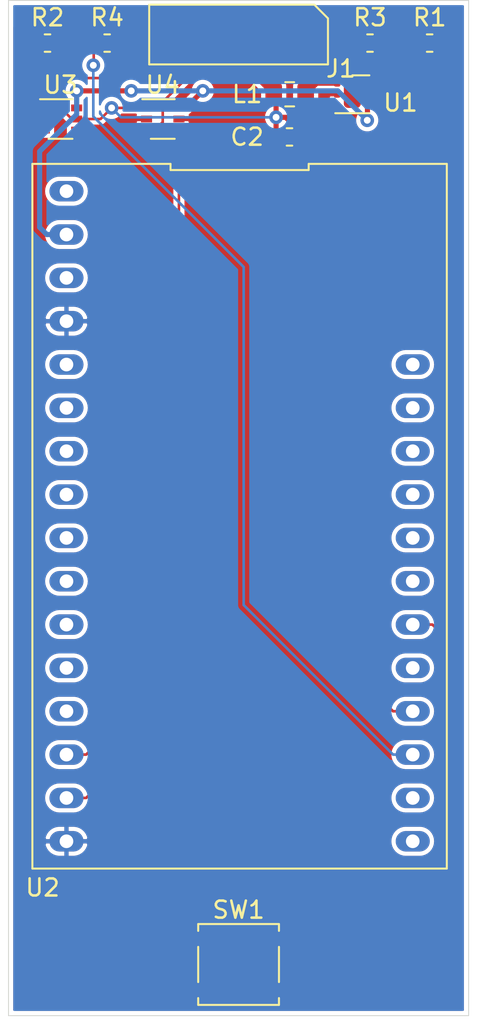
<source format=kicad_pcb>
(kicad_pcb (version 20171130) (host pcbnew "(5.1.5-0-10_14)")

  (general
    (thickness 1.6)
    (drawings 5)
    (tracks 99)
    (zones 0)
    (modules 12)
    (nets 14)
  )

  (page A4)
  (layers
    (0 F.Cu signal)
    (31 B.Cu signal)
    (32 B.Adhes user hide)
    (33 F.Adhes user hide)
    (34 B.Paste user hide)
    (35 F.Paste user hide)
    (36 B.SilkS user hide)
    (37 F.SilkS user)
    (38 B.Mask user hide)
    (39 F.Mask user hide)
    (40 Dwgs.User user hide)
    (41 Cmts.User user hide)
    (42 Eco1.User user hide)
    (43 Eco2.User user hide)
    (44 Edge.Cuts user)
    (45 Margin user hide)
    (46 B.CrtYd user hide)
    (47 F.CrtYd user hide)
    (48 B.Fab user hide)
    (49 F.Fab user hide)
  )

  (setup
    (last_trace_width 0.1524)
    (user_trace_width 0.3)
    (trace_clearance 0.1524)
    (zone_clearance 0.25)
    (zone_45_only no)
    (trace_min 0.1524)
    (via_size 0.8)
    (via_drill 0.4)
    (via_min_size 0.4)
    (via_min_drill 0.3)
    (uvia_size 0.3)
    (uvia_drill 0.1)
    (uvias_allowed no)
    (uvia_min_size 0.2)
    (uvia_min_drill 0.1)
    (edge_width 0.05)
    (segment_width 0.2)
    (pcb_text_width 0.3)
    (pcb_text_size 1.5 1.5)
    (mod_edge_width 0.12)
    (mod_text_size 1 1)
    (mod_text_width 0.15)
    (pad_size 1.524 1.524)
    (pad_drill 0.762)
    (pad_to_mask_clearance 0.051)
    (solder_mask_min_width 0.25)
    (aux_axis_origin 0 0)
    (visible_elements FFFFFF7F)
    (pcbplotparams
      (layerselection 0x010fc_ffffffff)
      (usegerberextensions false)
      (usegerberattributes false)
      (usegerberadvancedattributes false)
      (creategerberjobfile false)
      (excludeedgelayer true)
      (linewidth 0.100000)
      (plotframeref false)
      (viasonmask false)
      (mode 1)
      (useauxorigin false)
      (hpglpennumber 1)
      (hpglpenspeed 20)
      (hpglpendiameter 15.000000)
      (psnegative false)
      (psa4output false)
      (plotreference true)
      (plotvalue true)
      (plotinvisibletext false)
      (padsonsilk false)
      (subtractmaskfromsilk false)
      (outputformat 1)
      (mirror false)
      (drillshape 0)
      (scaleselection 1)
      (outputdirectory ""))
  )

  (net 0 "")
  (net 1 GND)
  (net 2 +3V3)
  (net 3 +1V8)
  (net 4 "Net-(J1-Pad8)")
  (net 5 TXD)
  (net 6 RXD)
  (net 7 "Net-(J1-Pad1)")
  (net 8 "Net-(L1-Pad1)")
  (net 9 RESET)
  (net 10 DEBUG)
  (net 11 "Net-(SW1-Pad1)")
  (net 12 TX)
  (net 13 RX)

  (net_class Default "This is the default net class."
    (clearance 0.1524)
    (trace_width 0.1524)
    (via_dia 0.8)
    (via_drill 0.4)
    (uvia_dia 0.3)
    (uvia_drill 0.1)
    (add_net +1V8)
    (add_net +3V3)
    (add_net DEBUG)
    (add_net GND)
    (add_net "Net-(J1-Pad1)")
    (add_net "Net-(J1-Pad8)")
    (add_net "Net-(L1-Pad1)")
    (add_net "Net-(SW1-Pad1)")
    (add_net RESET)
    (add_net RX)
    (add_net RXD)
    (add_net TX)
    (add_net TXD)
  )

  (module Package_TO_SOT_SMD:SOT-363_SC-70-6 (layer F.Cu) (tedit 5A02FF57) (tstamp 60B6F6D6)
    (at 126.05 75.95)
    (descr "SOT-363, SC-70-6")
    (tags "SOT-363 SC-70-6")
    (path /60BCDC1E)
    (attr smd)
    (fp_text reference U4 (at 0 -2) (layer F.SilkS)
      (effects (font (size 1 1) (thickness 0.15)))
    )
    (fp_text value SN74ACX1T45 (at 0 2 180) (layer F.Fab)
      (effects (font (size 1 1) (thickness 0.15)))
    )
    (fp_line (start -0.175 -1.1) (end -0.675 -0.6) (layer F.Fab) (width 0.1))
    (fp_line (start 0.675 1.1) (end -0.675 1.1) (layer F.Fab) (width 0.1))
    (fp_line (start 0.675 -1.1) (end 0.675 1.1) (layer F.Fab) (width 0.1))
    (fp_line (start -1.6 1.4) (end 1.6 1.4) (layer F.CrtYd) (width 0.05))
    (fp_line (start -0.675 -0.6) (end -0.675 1.1) (layer F.Fab) (width 0.1))
    (fp_line (start 0.675 -1.1) (end -0.175 -1.1) (layer F.Fab) (width 0.1))
    (fp_line (start -1.6 -1.4) (end 1.6 -1.4) (layer F.CrtYd) (width 0.05))
    (fp_line (start -1.6 -1.4) (end -1.6 1.4) (layer F.CrtYd) (width 0.05))
    (fp_line (start 1.6 1.4) (end 1.6 -1.4) (layer F.CrtYd) (width 0.05))
    (fp_line (start -0.7 1.16) (end 0.7 1.16) (layer F.SilkS) (width 0.12))
    (fp_line (start 0.7 -1.16) (end -1.2 -1.16) (layer F.SilkS) (width 0.12))
    (fp_text user %R (at 0 0 90) (layer F.Fab)
      (effects (font (size 0.5 0.5) (thickness 0.075)))
    )
    (pad 6 smd rect (at 0.95 -0.65) (size 0.65 0.4) (layers F.Cu F.Paste F.Mask)
      (net 2 +3V3))
    (pad 4 smd rect (at 0.95 0.65) (size 0.65 0.4) (layers F.Cu F.Paste F.Mask)
      (net 12 TX))
    (pad 2 smd rect (at -0.95 0) (size 0.65 0.4) (layers F.Cu F.Paste F.Mask)
      (net 1 GND))
    (pad 5 smd rect (at 0.95 0) (size 0.65 0.4) (layers F.Cu F.Paste F.Mask)
      (net 1 GND))
    (pad 3 smd rect (at -0.95 0.65) (size 0.65 0.4) (layers F.Cu F.Paste F.Mask)
      (net 6 RXD))
    (pad 1 smd rect (at -0.95 -0.65) (size 0.65 0.4) (layers F.Cu F.Paste F.Mask)
      (net 3 +1V8))
    (model ${KISYS3DMOD}/Package_TO_SOT_SMD.3dshapes/SOT-363_SC-70-6.wrl
      (at (xyz 0 0 0))
      (scale (xyz 1 1 1))
      (rotate (xyz 0 0 0))
    )
  )

  (module Package_TO_SOT_SMD:SOT-363_SC-70-6 (layer F.Cu) (tedit 5A02FF57) (tstamp 60B6F6C0)
    (at 120.05 75.95)
    (descr "SOT-363, SC-70-6")
    (tags "SOT-363 SC-70-6")
    (path /60BBEFBD)
    (attr smd)
    (fp_text reference U3 (at 0 -2) (layer F.SilkS)
      (effects (font (size 1 1) (thickness 0.15)))
    )
    (fp_text value SN74ACX1T45 (at 0 2 180) (layer F.Fab)
      (effects (font (size 1 1) (thickness 0.15)))
    )
    (fp_line (start -0.175 -1.1) (end -0.675 -0.6) (layer F.Fab) (width 0.1))
    (fp_line (start 0.675 1.1) (end -0.675 1.1) (layer F.Fab) (width 0.1))
    (fp_line (start 0.675 -1.1) (end 0.675 1.1) (layer F.Fab) (width 0.1))
    (fp_line (start -1.6 1.4) (end 1.6 1.4) (layer F.CrtYd) (width 0.05))
    (fp_line (start -0.675 -0.6) (end -0.675 1.1) (layer F.Fab) (width 0.1))
    (fp_line (start 0.675 -1.1) (end -0.175 -1.1) (layer F.Fab) (width 0.1))
    (fp_line (start -1.6 -1.4) (end 1.6 -1.4) (layer F.CrtYd) (width 0.05))
    (fp_line (start -1.6 -1.4) (end -1.6 1.4) (layer F.CrtYd) (width 0.05))
    (fp_line (start 1.6 1.4) (end 1.6 -1.4) (layer F.CrtYd) (width 0.05))
    (fp_line (start -0.7 1.16) (end 0.7 1.16) (layer F.SilkS) (width 0.12))
    (fp_line (start 0.7 -1.16) (end -1.2 -1.16) (layer F.SilkS) (width 0.12))
    (fp_text user %R (at 0 0 90) (layer F.Fab)
      (effects (font (size 0.5 0.5) (thickness 0.075)))
    )
    (pad 6 smd rect (at 0.95 -0.65) (size 0.65 0.4) (layers F.Cu F.Paste F.Mask)
      (net 2 +3V3))
    (pad 4 smd rect (at 0.95 0.65) (size 0.65 0.4) (layers F.Cu F.Paste F.Mask)
      (net 13 RX))
    (pad 2 smd rect (at -0.95 0) (size 0.65 0.4) (layers F.Cu F.Paste F.Mask)
      (net 1 GND))
    (pad 5 smd rect (at 0.95 0) (size 0.65 0.4) (layers F.Cu F.Paste F.Mask)
      (net 3 +1V8))
    (pad 3 smd rect (at -0.95 0.65) (size 0.65 0.4) (layers F.Cu F.Paste F.Mask)
      (net 5 TXD))
    (pad 1 smd rect (at -0.95 -0.65) (size 0.65 0.4) (layers F.Cu F.Paste F.Mask)
      (net 3 +1V8))
    (model ${KISYS3DMOD}/Package_TO_SOT_SMD.3dshapes/SOT-363_SC-70-6.wrl
      (at (xyz 0 0 0))
      (scale (xyz 1 1 1))
      (rotate (xyz 0 0 0))
    )
  )

  (module "ARBO Parts:Adafruit_feather" (layer F.Cu) (tedit 5EFB5C30) (tstamp 60B6F6AA)
    (at 130.56 99.48)
    (path /60B9DCA3)
    (fp_text reference U2 (at -11.56 21.52) (layer F.SilkS)
      (effects (font (size 1 1) (thickness 0.15)))
    )
    (fp_text value Adalogger (at 6.5 21.75) (layer F.Fab)
      (effects (font (size 1 1) (thickness 0.15)))
    )
    (fp_line (start -11.41 -20.15) (end 11.41 -20.15) (layer F.CrtYd) (width 0.05))
    (fp_line (start -11.41 19.65) (end -11.41 -20.15) (layer F.CrtYd) (width 0.05))
    (fp_line (start 11.41 19.65) (end -11.41 19.65) (layer F.CrtYd) (width 0.05))
    (fp_line (start 11.41 -20.15) (end 11.41 19.65) (layer F.CrtYd) (width 0.05))
    (fp_line (start -4.053333 -20.9) (end -12.159999 -20.9) (layer F.SilkS) (width 0.12))
    (fp_line (start -4.053333 -20.54) (end -4.053333 -20.9) (layer F.SilkS) (width 0.12))
    (fp_line (start 4.053333 -20.54) (end -4.053333 -20.54) (layer F.SilkS) (width 0.12))
    (fp_line (start 4.053333 -20.9) (end 4.053333 -20.54) (layer F.SilkS) (width 0.12))
    (fp_line (start 12.16 -20.9) (end 4.053333 -20.9) (layer F.SilkS) (width 0.12))
    (fp_line (start 12.159999 20.4) (end 12.16 -20.9) (layer F.SilkS) (width 0.12))
    (fp_line (start -12.16 20.4) (end 12.159999 20.4) (layer F.SilkS) (width 0.12))
    (fp_line (start -12.159999 -20.9) (end -12.16 20.4) (layer F.SilkS) (width 0.12))
    (pad 16 thru_hole oval (at -10.16 18.8 270) (size 1.2 2) (drill 0.8) (layers *.Cu *.Mask)
      (net 1 GND))
    (pad 17 thru_hole oval (at 10.16 18.8 270) (size 1.2 2) (drill 0.8) (layers *.Cu *.Mask))
    (pad 15 thru_hole oval (at -10.16 16.26 270) (size 1.2 2) (drill 0.8) (layers *.Cu *.Mask)
      (net 12 TX))
    (pad 18 thru_hole oval (at 10.16 16.26 270) (size 1.2 2) (drill 0.8) (layers *.Cu *.Mask))
    (pad 14 thru_hole oval (at -10.16 13.72 270) (size 1.2 2) (drill 0.8) (layers *.Cu *.Mask)
      (net 13 RX))
    (pad 19 thru_hole oval (at 10.16 13.72 270) (size 1.2 2) (drill 0.8) (layers *.Cu *.Mask)
      (net 10 DEBUG))
    (pad 13 thru_hole oval (at -10.16 11.18 270) (size 1.2 2) (drill 0.8) (layers *.Cu *.Mask))
    (pad 20 thru_hole oval (at 10.16 11.18 270) (size 1.2 2) (drill 0.8) (layers *.Cu *.Mask)
      (net 9 RESET))
    (pad 12 thru_hole oval (at -10.16 8.64 270) (size 1.2 2) (drill 0.8) (layers *.Cu *.Mask))
    (pad 21 thru_hole oval (at 10.16 8.64 270) (size 1.2 2) (drill 0.8) (layers *.Cu *.Mask))
    (pad 11 thru_hole oval (at -10.16 6.1 270) (size 1.2 2) (drill 0.8) (layers *.Cu *.Mask))
    (pad 22 thru_hole oval (at 10.16 6.1 270) (size 1.2 2) (drill 0.8) (layers *.Cu *.Mask)
      (net 11 "Net-(SW1-Pad1)"))
    (pad 10 thru_hole oval (at -10.16 3.56 270) (size 1.2 2) (drill 0.8) (layers *.Cu *.Mask))
    (pad 23 thru_hole oval (at 10.16 3.56 270) (size 1.2 2) (drill 0.8) (layers *.Cu *.Mask))
    (pad 9 thru_hole oval (at -10.16 1.02 270) (size 1.2 2) (drill 0.8) (layers *.Cu *.Mask))
    (pad 24 thru_hole oval (at 10.16 1.02 270) (size 1.2 2) (drill 0.8) (layers *.Cu *.Mask))
    (pad 8 thru_hole oval (at -10.16 -1.52 270) (size 1.2 2) (drill 0.8) (layers *.Cu *.Mask))
    (pad 25 thru_hole oval (at 10.16 -1.52 270) (size 1.2 2) (drill 0.8) (layers *.Cu *.Mask))
    (pad 7 thru_hole oval (at -10.16 -4.06 270) (size 1.2 2) (drill 0.8) (layers *.Cu *.Mask))
    (pad 26 thru_hole oval (at 10.16 -4.06 270) (size 1.2 2) (drill 0.8) (layers *.Cu *.Mask))
    (pad 6 thru_hole oval (at -10.16 -6.6 270) (size 1.2 2) (drill 0.8) (layers *.Cu *.Mask))
    (pad 27 thru_hole oval (at 10.16 -6.6 270) (size 1.2 2) (drill 0.8) (layers *.Cu *.Mask))
    (pad 5 thru_hole oval (at -10.16 -9.14 270) (size 1.2 2) (drill 0.8) (layers *.Cu *.Mask))
    (pad 28 thru_hole oval (at 10.16 -9.14 270) (size 1.2 2) (drill 0.8) (layers *.Cu *.Mask))
    (pad 4 thru_hole oval (at -10.16 -11.68 270) (size 1.2 2) (drill 0.8) (layers *.Cu *.Mask)
      (net 1 GND))
    (pad 3 thru_hole oval (at -10.16 -14.22 270) (size 1.2 2) (drill 0.8) (layers *.Cu *.Mask))
    (pad 2 thru_hole oval (at -10.16 -16.76 270) (size 1.2 2) (drill 0.8) (layers *.Cu *.Mask)
      (net 2 +3V3))
    (pad 1 thru_hole oval (at -10.16 -19.3 270) (size 1.2 2) (drill 0.8) (layers *.Cu *.Mask))
  )

  (module Package_SON:WSON-6-1EP_2x2mm_P0.65mm_EP1x1.6mm (layer F.Cu) (tedit 5C31F72E) (tstamp 60B70999)
    (at 137.175 74.5)
    (descr "WSON, 6 Pin (http://www.ti.com/lit/ds/symlink/tps61040.pdf#page=35), generated with kicad-footprint-generator ipc_noLead_generator.py")
    (tags "WSON NoLead")
    (path /60BA0FC7)
    (attr smd)
    (fp_text reference U1 (at 2.825 0.5) (layer F.SilkS)
      (effects (font (size 1 1) (thickness 0.15)))
    )
    (fp_text value TPS62243_WSON (at 0 1.95) (layer F.Fab)
      (effects (font (size 1 1) (thickness 0.15)))
    )
    (fp_text user %R (at 0 0) (layer F.Fab)
      (effects (font (size 0.5 0.5) (thickness 0.08)))
    )
    (fp_line (start 1.32 -1.25) (end -1.32 -1.25) (layer F.CrtYd) (width 0.05))
    (fp_line (start 1.32 1.25) (end 1.32 -1.25) (layer F.CrtYd) (width 0.05))
    (fp_line (start -1.32 1.25) (end 1.32 1.25) (layer F.CrtYd) (width 0.05))
    (fp_line (start -1.32 -1.25) (end -1.32 1.25) (layer F.CrtYd) (width 0.05))
    (fp_line (start -1 -0.5) (end -0.5 -1) (layer F.Fab) (width 0.1))
    (fp_line (start -1 1) (end -1 -0.5) (layer F.Fab) (width 0.1))
    (fp_line (start 1 1) (end -1 1) (layer F.Fab) (width 0.1))
    (fp_line (start 1 -1) (end 1 1) (layer F.Fab) (width 0.1))
    (fp_line (start -0.5 -1) (end 1 -1) (layer F.Fab) (width 0.1))
    (fp_line (start -1 1.11) (end 1 1.11) (layer F.SilkS) (width 0.12))
    (fp_line (start 0 -1.11) (end 1 -1.11) (layer F.SilkS) (width 0.12))
    (pad 6 smd roundrect (at 0.8875 -0.65) (size 0.375 0.4) (layers F.Cu F.Paste F.Mask) (roundrect_rratio 0.25)
      (net 1 GND))
    (pad 5 smd roundrect (at 0.8875 0) (size 0.375 0.4) (layers F.Cu F.Paste F.Mask) (roundrect_rratio 0.25)
      (net 2 +3V3))
    (pad 4 smd roundrect (at 0.8875 0.65) (size 0.375 0.4) (layers F.Cu F.Paste F.Mask) (roundrect_rratio 0.25)
      (net 2 +3V3))
    (pad 3 smd roundrect (at -0.8875 0.65) (size 0.375 0.4) (layers F.Cu F.Paste F.Mask) (roundrect_rratio 0.25)
      (net 3 +1V8))
    (pad 2 smd roundrect (at -0.8875 0) (size 0.375 0.4) (layers F.Cu F.Paste F.Mask) (roundrect_rratio 0.25)
      (net 1 GND))
    (pad 1 smd roundrect (at -0.8875 -0.65) (size 0.375 0.4) (layers F.Cu F.Paste F.Mask) (roundrect_rratio 0.25)
      (net 8 "Net-(L1-Pad1)"))
    (pad "" smd roundrect (at 0 0.4) (size 0.81 0.64) (layers F.Paste) (roundrect_rratio 0.25))
    (pad "" smd roundrect (at 0 -0.4) (size 0.81 0.64) (layers F.Paste) (roundrect_rratio 0.25))
    (pad 7 smd roundrect (at 0 0) (size 1 1.6) (layers F.Cu F.Mask) (roundrect_rratio 0.25))
    (model ${KISYS3DMOD}/Package_SON.3dshapes/WSON-6-1EP_2x2mm_P0.65mm_EP1x1.6mm.wrl
      (at (xyz 0 0 0))
      (scale (xyz 1 1 1))
      (rotate (xyz 0 0 0))
    )
  )

  (module Button_Switch_SMD:SW_SPST_TL3305A (layer F.Cu) (tedit 5ABC3A97) (tstamp 60B6FA9F)
    (at 130.5 125.5)
    (descr https://www.e-switch.com/system/asset/product_line/data_sheet/213/TL3305.pdf)
    (tags "TL3305 Series Tact Switch")
    (path /60BB31C2)
    (attr smd)
    (fp_text reference SW1 (at 0 -3.2) (layer F.SilkS)
      (effects (font (size 1 1) (thickness 0.15)))
    )
    (fp_text value SW_DPST (at 0 3.2) (layer F.Fab)
      (effects (font (size 1 1) (thickness 0.15)))
    )
    (fp_line (start -4.65 -2.5) (end 4.65 -2.5) (layer F.CrtYd) (width 0.05))
    (fp_line (start -4.65 2.5) (end -4.65 -2.5) (layer F.CrtYd) (width 0.05))
    (fp_line (start 4.65 2.5) (end -4.65 2.5) (layer F.CrtYd) (width 0.05))
    (fp_line (start 4.65 -2.5) (end 4.65 2.5) (layer F.CrtYd) (width 0.05))
    (fp_line (start -2.37 1.03) (end -2.37 -1.03) (layer F.SilkS) (width 0.12))
    (fp_line (start 2.37 1.03) (end 2.37 -1.03) (layer F.SilkS) (width 0.12))
    (fp_line (start 2.37 2.37) (end 2.37 1.97) (layer F.SilkS) (width 0.12))
    (fp_line (start -2.37 2.37) (end 2.37 2.37) (layer F.SilkS) (width 0.12))
    (fp_line (start -2.37 2.37) (end -2.37 1.97) (layer F.SilkS) (width 0.12))
    (fp_line (start 2.37 -2.37) (end 2.37 -1.97) (layer F.SilkS) (width 0.12))
    (fp_line (start -2.37 -2.37) (end -2.37 -1.97) (layer F.SilkS) (width 0.12))
    (fp_line (start -2.37 -2.37) (end 2.37 -2.37) (layer F.SilkS) (width 0.12))
    (fp_text user %R (at 0 0) (layer F.Fab)
      (effects (font (size 0.5 0.5) (thickness 0.075)))
    )
    (fp_line (start -2.25 -2.25) (end 2.25 -2.25) (layer F.Fab) (width 0.1))
    (fp_line (start 2.25 -2.25) (end 2.25 2.25) (layer F.Fab) (width 0.1))
    (fp_line (start 2.25 2.25) (end -2.25 2.25) (layer F.Fab) (width 0.1))
    (fp_line (start -2.25 2.25) (end -2.25 -2.25) (layer F.Fab) (width 0.1))
    (fp_circle (center 0 0) (end 1.25 0) (layer F.Fab) (width 0.1))
    (fp_line (start 2.25 -1.15) (end 3.75 -1.15) (layer F.Fab) (width 0.1))
    (fp_line (start 3.75 -1.15) (end 3.75 -1.85) (layer F.Fab) (width 0.1))
    (fp_line (start 3.75 -1.85) (end 2.25 -1.85) (layer F.Fab) (width 0.1))
    (fp_line (start 2.25 1.15) (end 3.75 1.15) (layer F.Fab) (width 0.1))
    (fp_line (start 3.75 1.15) (end 3.75 1.85) (layer F.Fab) (width 0.1))
    (fp_line (start 3.75 1.85) (end 2.25 1.85) (layer F.Fab) (width 0.1))
    (fp_line (start -2.25 -1.85) (end -3.75 -1.85) (layer F.Fab) (width 0.1))
    (fp_line (start -3.75 -1.85) (end -3.75 -1.15) (layer F.Fab) (width 0.1))
    (fp_line (start -3.75 -1.15) (end -2.25 -1.15) (layer F.Fab) (width 0.1))
    (fp_line (start -2.25 1.15) (end -3.75 1.15) (layer F.Fab) (width 0.1))
    (fp_line (start -3.75 1.15) (end -3.75 1.85) (layer F.Fab) (width 0.1))
    (fp_line (start -3.75 1.85) (end -2.25 1.85) (layer F.Fab) (width 0.1))
    (fp_line (start 3 -1.85) (end 3 -1.15) (layer F.Fab) (width 0.1))
    (fp_line (start 3 1.15) (end 3 1.85) (layer F.Fab) (width 0.1))
    (fp_line (start -3 -1.85) (end -3 -1.15) (layer F.Fab) (width 0.1))
    (fp_line (start -3 1.15) (end -3 1.85) (layer F.Fab) (width 0.1))
    (pad 2 smd rect (at -3.6 1.5) (size 1.6 1.4) (layers F.Cu F.Paste F.Mask)
      (net 1 GND))
    (pad 2 smd rect (at 3.6 1.5) (size 1.6 1.4) (layers F.Cu F.Paste F.Mask)
      (net 1 GND))
    (pad 1 smd rect (at -3.6 -1.5) (size 1.6 1.4) (layers F.Cu F.Paste F.Mask)
      (net 11 "Net-(SW1-Pad1)"))
    (pad 1 smd rect (at 3.6 -1.5) (size 1.6 1.4) (layers F.Cu F.Paste F.Mask)
      (net 11 "Net-(SW1-Pad1)"))
    (model ${KISYS3DMOD}/Button_Switch_SMD.3dshapes/SW_SPST_TL3305A.wrl
      (at (xyz 0 0 0))
      (scale (xyz 1 1 1))
      (rotate (xyz 0 0 0))
    )
  )

  (module Resistor_SMD:R_0603_1608Metric (layer F.Cu) (tedit 5B301BBD) (tstamp 60B6F63B)
    (at 122.7875 71.5)
    (descr "Resistor SMD 0603 (1608 Metric), square (rectangular) end terminal, IPC_7351 nominal, (Body size source: http://www.tortai-tech.com/upload/download/2011102023233369053.pdf), generated with kicad-footprint-generator")
    (tags resistor)
    (path /60BC3627)
    (attr smd)
    (fp_text reference R4 (at 0 -1.5) (layer F.SilkS)
      (effects (font (size 1 1) (thickness 0.15)))
    )
    (fp_text value 8.25k (at 0 1.43) (layer F.Fab)
      (effects (font (size 1 1) (thickness 0.15)))
    )
    (fp_text user %R (at 0 0) (layer F.Fab)
      (effects (font (size 0.4 0.4) (thickness 0.06)))
    )
    (fp_line (start 1.48 0.73) (end -1.48 0.73) (layer F.CrtYd) (width 0.05))
    (fp_line (start 1.48 -0.73) (end 1.48 0.73) (layer F.CrtYd) (width 0.05))
    (fp_line (start -1.48 -0.73) (end 1.48 -0.73) (layer F.CrtYd) (width 0.05))
    (fp_line (start -1.48 0.73) (end -1.48 -0.73) (layer F.CrtYd) (width 0.05))
    (fp_line (start -0.162779 0.51) (end 0.162779 0.51) (layer F.SilkS) (width 0.12))
    (fp_line (start -0.162779 -0.51) (end 0.162779 -0.51) (layer F.SilkS) (width 0.12))
    (fp_line (start 0.8 0.4) (end -0.8 0.4) (layer F.Fab) (width 0.1))
    (fp_line (start 0.8 -0.4) (end 0.8 0.4) (layer F.Fab) (width 0.1))
    (fp_line (start -0.8 -0.4) (end 0.8 -0.4) (layer F.Fab) (width 0.1))
    (fp_line (start -0.8 0.4) (end -0.8 -0.4) (layer F.Fab) (width 0.1))
    (pad 2 smd roundrect (at 0.7875 0) (size 0.875 0.95) (layers F.Cu F.Paste F.Mask) (roundrect_rratio 0.25)
      (net 4 "Net-(J1-Pad8)"))
    (pad 1 smd roundrect (at -0.7875 0) (size 0.875 0.95) (layers F.Cu F.Paste F.Mask) (roundrect_rratio 0.25)
      (net 10 DEBUG))
    (model ${KISYS3DMOD}/Resistor_SMD.3dshapes/R_0603_1608Metric.wrl
      (at (xyz 0 0 0))
      (scale (xyz 1 1 1))
      (rotate (xyz 0 0 0))
    )
  )

  (module Resistor_SMD:R_0603_1608Metric (layer F.Cu) (tedit 5B301BBD) (tstamp 60B70196)
    (at 138.2125 71.5 180)
    (descr "Resistor SMD 0603 (1608 Metric), square (rectangular) end terminal, IPC_7351 nominal, (Body size source: http://www.tortai-tech.com/upload/download/2011102023233369053.pdf), generated with kicad-footprint-generator")
    (tags resistor)
    (path /60BC16F7)
    (attr smd)
    (fp_text reference R3 (at 0 1.5) (layer F.SilkS)
      (effects (font (size 1 1) (thickness 0.15)))
    )
    (fp_text value 8.25k (at 0 1.43) (layer F.Fab)
      (effects (font (size 1 1) (thickness 0.15)))
    )
    (fp_text user %R (at 0 0) (layer F.Fab)
      (effects (font (size 0.4 0.4) (thickness 0.06)))
    )
    (fp_line (start 1.48 0.73) (end -1.48 0.73) (layer F.CrtYd) (width 0.05))
    (fp_line (start 1.48 -0.73) (end 1.48 0.73) (layer F.CrtYd) (width 0.05))
    (fp_line (start -1.48 -0.73) (end 1.48 -0.73) (layer F.CrtYd) (width 0.05))
    (fp_line (start -1.48 0.73) (end -1.48 -0.73) (layer F.CrtYd) (width 0.05))
    (fp_line (start -0.162779 0.51) (end 0.162779 0.51) (layer F.SilkS) (width 0.12))
    (fp_line (start -0.162779 -0.51) (end 0.162779 -0.51) (layer F.SilkS) (width 0.12))
    (fp_line (start 0.8 0.4) (end -0.8 0.4) (layer F.Fab) (width 0.1))
    (fp_line (start 0.8 -0.4) (end 0.8 0.4) (layer F.Fab) (width 0.1))
    (fp_line (start -0.8 -0.4) (end 0.8 -0.4) (layer F.Fab) (width 0.1))
    (fp_line (start -0.8 0.4) (end -0.8 -0.4) (layer F.Fab) (width 0.1))
    (pad 2 smd roundrect (at 0.7875 0 180) (size 0.875 0.95) (layers F.Cu F.Paste F.Mask) (roundrect_rratio 0.25)
      (net 7 "Net-(J1-Pad1)"))
    (pad 1 smd roundrect (at -0.7875 0 180) (size 0.875 0.95) (layers F.Cu F.Paste F.Mask) (roundrect_rratio 0.25)
      (net 9 RESET))
    (model ${KISYS3DMOD}/Resistor_SMD.3dshapes/R_0603_1608Metric.wrl
      (at (xyz 0 0 0))
      (scale (xyz 1 1 1))
      (rotate (xyz 0 0 0))
    )
  )

  (module Resistor_SMD:R_0603_1608Metric (layer F.Cu) (tedit 5B301BBD) (tstamp 60B6FC08)
    (at 119.2875 71.5)
    (descr "Resistor SMD 0603 (1608 Metric), square (rectangular) end terminal, IPC_7351 nominal, (Body size source: http://www.tortai-tech.com/upload/download/2011102023233369053.pdf), generated with kicad-footprint-generator")
    (tags resistor)
    (path /60BC3C1C)
    (attr smd)
    (fp_text reference R2 (at 0 -1.5) (layer F.SilkS)
      (effects (font (size 1 1) (thickness 0.15)))
    )
    (fp_text value 10k (at 0 1.43) (layer F.Fab)
      (effects (font (size 1 1) (thickness 0.15)))
    )
    (fp_text user %R (at 0 0) (layer F.Fab)
      (effects (font (size 0.4 0.4) (thickness 0.06)))
    )
    (fp_line (start 1.48 0.73) (end -1.48 0.73) (layer F.CrtYd) (width 0.05))
    (fp_line (start 1.48 -0.73) (end 1.48 0.73) (layer F.CrtYd) (width 0.05))
    (fp_line (start -1.48 -0.73) (end 1.48 -0.73) (layer F.CrtYd) (width 0.05))
    (fp_line (start -1.48 0.73) (end -1.48 -0.73) (layer F.CrtYd) (width 0.05))
    (fp_line (start -0.162779 0.51) (end 0.162779 0.51) (layer F.SilkS) (width 0.12))
    (fp_line (start -0.162779 -0.51) (end 0.162779 -0.51) (layer F.SilkS) (width 0.12))
    (fp_line (start 0.8 0.4) (end -0.8 0.4) (layer F.Fab) (width 0.1))
    (fp_line (start 0.8 -0.4) (end 0.8 0.4) (layer F.Fab) (width 0.1))
    (fp_line (start -0.8 -0.4) (end 0.8 -0.4) (layer F.Fab) (width 0.1))
    (fp_line (start -0.8 0.4) (end -0.8 -0.4) (layer F.Fab) (width 0.1))
    (pad 2 smd roundrect (at 0.7875 0) (size 0.875 0.95) (layers F.Cu F.Paste F.Mask) (roundrect_rratio 0.25)
      (net 4 "Net-(J1-Pad8)"))
    (pad 1 smd roundrect (at -0.7875 0) (size 0.875 0.95) (layers F.Cu F.Paste F.Mask) (roundrect_rratio 0.25)
      (net 1 GND))
    (model ${KISYS3DMOD}/Resistor_SMD.3dshapes/R_0603_1608Metric.wrl
      (at (xyz 0 0 0))
      (scale (xyz 1 1 1))
      (rotate (xyz 0 0 0))
    )
  )

  (module Resistor_SMD:R_0603_1608Metric (layer F.Cu) (tedit 5B301BBD) (tstamp 60B6F608)
    (at 141.7125 71.5 180)
    (descr "Resistor SMD 0603 (1608 Metric), square (rectangular) end terminal, IPC_7351 nominal, (Body size source: http://www.tortai-tech.com/upload/download/2011102023233369053.pdf), generated with kicad-footprint-generator")
    (tags resistor)
    (path /60BC232F)
    (attr smd)
    (fp_text reference R1 (at 0 1.5) (layer F.SilkS)
      (effects (font (size 1 1) (thickness 0.15)))
    )
    (fp_text value 10k (at 0 1.43) (layer F.Fab)
      (effects (font (size 1 1) (thickness 0.15)))
    )
    (fp_text user %R (at 0 0) (layer F.Fab)
      (effects (font (size 0.4 0.4) (thickness 0.06)))
    )
    (fp_line (start 1.48 0.73) (end -1.48 0.73) (layer F.CrtYd) (width 0.05))
    (fp_line (start 1.48 -0.73) (end 1.48 0.73) (layer F.CrtYd) (width 0.05))
    (fp_line (start -1.48 -0.73) (end 1.48 -0.73) (layer F.CrtYd) (width 0.05))
    (fp_line (start -1.48 0.73) (end -1.48 -0.73) (layer F.CrtYd) (width 0.05))
    (fp_line (start -0.162779 0.51) (end 0.162779 0.51) (layer F.SilkS) (width 0.12))
    (fp_line (start -0.162779 -0.51) (end 0.162779 -0.51) (layer F.SilkS) (width 0.12))
    (fp_line (start 0.8 0.4) (end -0.8 0.4) (layer F.Fab) (width 0.1))
    (fp_line (start 0.8 -0.4) (end 0.8 0.4) (layer F.Fab) (width 0.1))
    (fp_line (start -0.8 -0.4) (end 0.8 -0.4) (layer F.Fab) (width 0.1))
    (fp_line (start -0.8 0.4) (end -0.8 -0.4) (layer F.Fab) (width 0.1))
    (pad 2 smd roundrect (at 0.7875 0 180) (size 0.875 0.95) (layers F.Cu F.Paste F.Mask) (roundrect_rratio 0.25)
      (net 7 "Net-(J1-Pad1)"))
    (pad 1 smd roundrect (at -0.7875 0 180) (size 0.875 0.95) (layers F.Cu F.Paste F.Mask) (roundrect_rratio 0.25)
      (net 1 GND))
    (model ${KISYS3DMOD}/Resistor_SMD.3dshapes/R_0603_1608Metric.wrl
      (at (xyz 0 0 0))
      (scale (xyz 1 1 1))
      (rotate (xyz 0 0 0))
    )
  )

  (module Inductor_SMD:L_0805_2012Metric (layer F.Cu) (tedit 5B36C52B) (tstamp 60B709D9)
    (at 133.5 74.5 180)
    (descr "Inductor SMD 0805 (2012 Metric), square (rectangular) end terminal, IPC_7351 nominal, (Body size source: https://docs.google.com/spreadsheets/d/1BsfQQcO9C6DZCsRaXUlFlo91Tg2WpOkGARC1WS5S8t0/edit?usp=sharing), generated with kicad-footprint-generator")
    (tags inductor)
    (path /60BA67C6)
    (attr smd)
    (fp_text reference L1 (at 2.5 0) (layer F.SilkS)
      (effects (font (size 1 1) (thickness 0.15)))
    )
    (fp_text value 2.2uH (at 0 1.65) (layer F.Fab)
      (effects (font (size 1 1) (thickness 0.15)))
    )
    (fp_text user %R (at 0 0) (layer F.Fab)
      (effects (font (size 0.5 0.5) (thickness 0.08)))
    )
    (fp_line (start 1.68 0.95) (end -1.68 0.95) (layer F.CrtYd) (width 0.05))
    (fp_line (start 1.68 -0.95) (end 1.68 0.95) (layer F.CrtYd) (width 0.05))
    (fp_line (start -1.68 -0.95) (end 1.68 -0.95) (layer F.CrtYd) (width 0.05))
    (fp_line (start -1.68 0.95) (end -1.68 -0.95) (layer F.CrtYd) (width 0.05))
    (fp_line (start -0.258578 0.71) (end 0.258578 0.71) (layer F.SilkS) (width 0.12))
    (fp_line (start -0.258578 -0.71) (end 0.258578 -0.71) (layer F.SilkS) (width 0.12))
    (fp_line (start 1 0.6) (end -1 0.6) (layer F.Fab) (width 0.1))
    (fp_line (start 1 -0.6) (end 1 0.6) (layer F.Fab) (width 0.1))
    (fp_line (start -1 -0.6) (end 1 -0.6) (layer F.Fab) (width 0.1))
    (fp_line (start -1 0.6) (end -1 -0.6) (layer F.Fab) (width 0.1))
    (pad 2 smd roundrect (at 0.9375 0 180) (size 0.975 1.4) (layers F.Cu F.Paste F.Mask) (roundrect_rratio 0.25)
      (net 3 +1V8))
    (pad 1 smd roundrect (at -0.9375 0 180) (size 0.975 1.4) (layers F.Cu F.Paste F.Mask) (roundrect_rratio 0.25)
      (net 8 "Net-(L1-Pad1)"))
    (model ${KISYS3DMOD}/Inductor_SMD.3dshapes/L_0805_2012Metric.wrl
      (at (xyz 0 0 0))
      (scale (xyz 1 1 1))
      (rotate (xyz 0 0 0))
    )
  )

  (module "ESLO Parts:8pin_1-27pitch_SMD" (layer F.Cu) (tedit 0) (tstamp 60B6F5E6)
    (at 130.5 71 180)
    (path /60BAACC3)
    (attr smd)
    (fp_text reference J1 (at -6 -2) (layer F.SilkS)
      (effects (font (size 1 1) (thickness 0.15)))
    )
    (fp_text value Conn_01x08_Female (at 0 -2.75) (layer F.Fab)
      (effects (font (size 1 1) (thickness 0.15)))
    )
    (fp_line (start -5 1.5) (end -5 -1.5) (layer F.CrtYd) (width 0.05))
    (fp_line (start 5 1.5) (end -5 1.5) (layer F.CrtYd) (width 0.05))
    (fp_line (start 5 -1.5) (end 5 1.5) (layer F.CrtYd) (width 0.05))
    (fp_line (start -5 -1.5) (end 5 -1.5) (layer F.CrtYd) (width 0.05))
    (fp_line (start 5.245 1.75) (end -4.445 1.75) (layer F.SilkS) (width 0.12))
    (fp_line (start 5.245 -1.75) (end 5.245 1.75) (layer F.SilkS) (width 0.12))
    (fp_line (start -5.245 -1.75) (end 5.245 -1.75) (layer F.SilkS) (width 0.12))
    (fp_line (start -5.245 0.95) (end -5.245 -1.75) (layer F.SilkS) (width 0.12))
    (fp_line (start -4.445 1.75) (end -5.245 0.95) (layer F.SilkS) (width 0.12))
    (pad 8 smd rect (at 4.445 0 180) (size 0.6 2.5) (layers F.Cu F.Paste F.Mask)
      (net 4 "Net-(J1-Pad8)"))
    (pad 7 smd rect (at 3.175 0 180) (size 0.6 2.5) (layers F.Cu F.Paste F.Mask)
      (net 5 TXD))
    (pad 6 smd rect (at 1.905 0 180) (size 0.6 2.5) (layers F.Cu F.Paste F.Mask)
      (net 6 RXD))
    (pad 5 smd rect (at 0.635 0 180) (size 0.6 2.5) (layers F.Cu F.Paste F.Mask)
      (net 1 GND))
    (pad 4 smd rect (at -0.635 0 180) (size 0.6 2.5) (layers F.Cu F.Paste F.Mask)
      (net 3 +1V8))
    (pad 3 smd rect (at -1.905 0 180) (size 0.6 2.5) (layers F.Cu F.Paste F.Mask))
    (pad 2 smd rect (at -3.175 0 180) (size 0.6 2.5) (layers F.Cu F.Paste F.Mask))
    (pad 1 smd rect (at -4.445 0 180) (size 0.6 2.5) (layers F.Cu F.Paste F.Mask)
      (net 7 "Net-(J1-Pad1)"))
  )

  (module Capacitor_SMD:C_0603_1608Metric (layer F.Cu) (tedit 5B301BBE) (tstamp 60B70961)
    (at 133.4875 77)
    (descr "Capacitor SMD 0603 (1608 Metric), square (rectangular) end terminal, IPC_7351 nominal, (Body size source: http://www.tortai-tech.com/upload/download/2011102023233369053.pdf), generated with kicad-footprint-generator")
    (tags capacitor)
    (path /60BA5C14)
    (attr smd)
    (fp_text reference C2 (at -2.4875 0) (layer F.SilkS)
      (effects (font (size 1 1) (thickness 0.15)))
    )
    (fp_text value 10uF (at 0 1.43) (layer F.Fab)
      (effects (font (size 1 1) (thickness 0.15)))
    )
    (fp_text user %R (at 0 0) (layer F.Fab)
      (effects (font (size 0.4 0.4) (thickness 0.06)))
    )
    (fp_line (start 1.48 0.73) (end -1.48 0.73) (layer F.CrtYd) (width 0.05))
    (fp_line (start 1.48 -0.73) (end 1.48 0.73) (layer F.CrtYd) (width 0.05))
    (fp_line (start -1.48 -0.73) (end 1.48 -0.73) (layer F.CrtYd) (width 0.05))
    (fp_line (start -1.48 0.73) (end -1.48 -0.73) (layer F.CrtYd) (width 0.05))
    (fp_line (start -0.162779 0.51) (end 0.162779 0.51) (layer F.SilkS) (width 0.12))
    (fp_line (start -0.162779 -0.51) (end 0.162779 -0.51) (layer F.SilkS) (width 0.12))
    (fp_line (start 0.8 0.4) (end -0.8 0.4) (layer F.Fab) (width 0.1))
    (fp_line (start 0.8 -0.4) (end 0.8 0.4) (layer F.Fab) (width 0.1))
    (fp_line (start -0.8 -0.4) (end 0.8 -0.4) (layer F.Fab) (width 0.1))
    (fp_line (start -0.8 0.4) (end -0.8 -0.4) (layer F.Fab) (width 0.1))
    (pad 2 smd roundrect (at 0.7875 0) (size 0.875 0.95) (layers F.Cu F.Paste F.Mask) (roundrect_rratio 0.25)
      (net 1 GND))
    (pad 1 smd roundrect (at -0.7875 0) (size 0.875 0.95) (layers F.Cu F.Paste F.Mask) (roundrect_rratio 0.25)
      (net 3 +1V8))
    (model ${KISYS3DMOD}/Capacitor_SMD.3dshapes/C_0603_1608Metric.wrl
      (at (xyz 0 0 0))
      (scale (xyz 1 1 1))
      (rotate (xyz 0 0 0))
    )
  )

  (gr_line (start 144 69) (end 117 69) (layer Edge.Cuts) (width 0.05) (tstamp 60B6FB1E))
  (gr_line (start 144 128.5) (end 144 69) (layer Edge.Cuts) (width 0.05))
  (gr_line (start 117 128.5) (end 144 128.5) (layer Edge.Cuts) (width 0.05))
  (gr_line (start 117 69) (end 117 128.5) (layer Edge.Cuts) (width 0.05))
  (gr_line (start 130.5 63.5) (end 130.5 131.5) (layer Dwgs.User) (width 0.15))

  (via (at 121 74.3) (size 0.8) (drill 0.4) (layers F.Cu B.Cu) (net 2))
  (segment (start 121 75.3) (end 121 74.3) (width 0.3) (layer F.Cu) (net 2))
  (segment (start 121 74.3) (end 121 75.675) (width 0.3) (layer B.Cu) (net 2))
  (segment (start 119.2476 82.72) (end 120.4 82.72) (width 0.3) (layer B.Cu) (net 2))
  (segment (start 119.17139 82.64379) (end 119.2476 82.72) (width 0.3) (layer B.Cu) (net 2))
  (segment (start 121 75.675) (end 119.17139 77.50361) (width 0.3) (layer B.Cu) (net 2))
  (via (at 124.2 74.3) (size 0.8) (drill 0.4) (layers F.Cu B.Cu) (net 2) (tstamp 60B71199))
  (segment (start 121 74.3) (end 124.2 74.3) (width 0.3) (layer F.Cu) (net 2))
  (segment (start 118.825 82.2974) (end 119.17139 82.64379) (width 0.3) (layer B.Cu) (net 2))
  (segment (start 118.825 77.85) (end 118.825 82.2974) (width 0.3) (layer B.Cu) (net 2))
  (segment (start 119.17139 77.50361) (end 118.825 77.85) (width 0.3) (layer B.Cu) (net 2))
  (via (at 128.4 74.3) (size 0.8) (drill 0.4) (layers F.Cu B.Cu) (net 2) (tstamp 60B712F0))
  (segment (start 127.4 75.3) (end 128.4 74.3) (width 0.3) (layer F.Cu) (net 2))
  (segment (start 127 75.3) (end 127.4 75.3) (width 0.3) (layer F.Cu) (net 2))
  (segment (start 138.0625 74.5) (end 138.0625 75.15) (width 0.3) (layer F.Cu) (net 2))
  (segment (start 138.0625 76.0125) (end 138.05 76.025) (width 0.3) (layer F.Cu) (net 2))
  (segment (start 137.650001 75.625001) (end 138.05 76.025) (width 0.3) (layer B.Cu) (net 2))
  (segment (start 138.0625 75.15) (end 138.0625 76.0125) (width 0.3) (layer F.Cu) (net 2))
  (via (at 138.05 76.025) (size 0.8) (drill 0.4) (layers F.Cu B.Cu) (net 2))
  (segment (start 136.325 74.3) (end 137.650001 75.625001) (width 0.3) (layer B.Cu) (net 2))
  (segment (start 124.2 74.3) (end 136.325 74.3) (width 0.3) (layer B.Cu) (net 2))
  (segment (start 131.135 73.0725) (end 132.5625 74.5) (width 0.3) (layer F.Cu) (net 3))
  (segment (start 131.135 71) (end 131.135 73.0725) (width 0.3) (layer F.Cu) (net 3))
  (segment (start 132.7 74.6375) (end 132.5625 74.5) (width 0.3) (layer F.Cu) (net 3))
  (segment (start 132.7 77) (end 132.7 74.6375) (width 0.3) (layer F.Cu) (net 3))
  (segment (start 120.713518 75.95) (end 121 75.95) (width 0.1524) (layer F.Cu) (net 3))
  (segment (start 120.063518 75.3) (end 120.713518 75.95) (width 0.1524) (layer F.Cu) (net 3))
  (segment (start 119.1 75.3) (end 120.063518 75.3) (width 0.1524) (layer F.Cu) (net 3))
  (via (at 132.7 75.85) (size 0.8) (drill 0.4) (layers F.Cu B.Cu) (net 3) (tstamp 60B70FA2))
  (via (at 123.05 75.300002) (size 0.8) (drill 0.4) (layers F.Cu B.Cu) (net 3))
  (segment (start 125.1 75.3) (end 123.050002 75.3) (width 0.1524) (layer F.Cu) (net 3))
  (segment (start 132.7 75.85) (end 123.599998 75.85) (width 0.1524) (layer B.Cu) (net 3))
  (segment (start 123.050002 75.3) (end 123.05 75.300002) (width 0.1524) (layer F.Cu) (net 3))
  (segment (start 122.400002 75.95) (end 123.05 75.300002) (width 0.1524) (layer F.Cu) (net 3))
  (segment (start 121 75.95) (end 122.400002 75.95) (width 0.1524) (layer F.Cu) (net 3))
  (segment (start 123.599998 75.85) (end 123.05 75.300002) (width 0.1524) (layer B.Cu) (net 3))
  (segment (start 133.265685 75.85) (end 132.7 75.85) (width 0.3) (layer F.Cu) (net 3))
  (segment (start 133.515685 76.1) (end 133.265685 75.85) (width 0.3) (layer F.Cu) (net 3))
  (segment (start 135.5375 76.1) (end 133.515685 76.1) (width 0.3) (layer F.Cu) (net 3))
  (segment (start 136.2875 75.35) (end 135.5375 76.1) (width 0.3) (layer F.Cu) (net 3))
  (segment (start 136.2875 75.15) (end 136.2875 75.35) (width 0.3) (layer F.Cu) (net 3))
  (segment (start 125.555 71.5) (end 126.055 71) (width 0.1524) (layer F.Cu) (net 4))
  (segment (start 123.575 71.5) (end 125.555 71.5) (width 0.1524) (layer F.Cu) (net 4))
  (segment (start 123.575 71.025) (end 123.575 71.5) (width 0.1524) (layer F.Cu) (net 4))
  (segment (start 123.225 70.675) (end 123.575 71.025) (width 0.1524) (layer F.Cu) (net 4))
  (segment (start 120.425 70.675) (end 123.225 70.675) (width 0.1524) (layer F.Cu) (net 4))
  (segment (start 120.075 71.025) (end 120.425 70.675) (width 0.1524) (layer F.Cu) (net 4))
  (segment (start 120.075 71.5) (end 120.075 71.025) (width 0.1524) (layer F.Cu) (net 4))
  (segment (start 118.6226 76.6) (end 119.1 76.6) (width 0.1524) (layer F.Cu) (net 5))
  (segment (start 118.35 75.113518) (end 118.35 76.3274) (width 0.1524) (layer F.Cu) (net 5))
  (segment (start 126.1774 73.55) (end 119.913518 73.55) (width 0.1524) (layer F.Cu) (net 5))
  (segment (start 127.325 71) (end 127.325 72.4024) (width 0.1524) (layer F.Cu) (net 5))
  (segment (start 119.913518 73.55) (end 118.35 75.113518) (width 0.1524) (layer F.Cu) (net 5))
  (segment (start 118.35 76.3274) (end 118.6226 76.6) (width 0.1524) (layer F.Cu) (net 5))
  (segment (start 127.325 72.4024) (end 126.1774 73.55) (width 0.1524) (layer F.Cu) (net 5))
  (segment (start 126.05 74.9474) (end 128.595 72.4024) (width 0.1524) (layer F.Cu) (net 6))
  (segment (start 128.595 72.4024) (end 128.595 71) (width 0.1524) (layer F.Cu) (net 6))
  (segment (start 126.05 76.1274) (end 126.05 74.9474) (width 0.1524) (layer F.Cu) (net 6))
  (segment (start 125.5774 76.6) (end 126.05 76.1274) (width 0.1524) (layer F.Cu) (net 6))
  (segment (start 125.1 76.6) (end 125.5774 76.6) (width 0.1524) (layer F.Cu) (net 6))
  (segment (start 135.445 71.5) (end 134.945 71) (width 0.1524) (layer F.Cu) (net 7))
  (segment (start 137.425 71.5) (end 135.445 71.5) (width 0.1524) (layer F.Cu) (net 7))
  (segment (start 137.425 71.025) (end 137.425 71.5) (width 0.1524) (layer F.Cu) (net 7))
  (segment (start 137.8 70.65) (end 137.425 71.025) (width 0.1524) (layer F.Cu) (net 7))
  (segment (start 139.6375 70.65) (end 137.8 70.65) (width 0.1524) (layer F.Cu) (net 7))
  (segment (start 140.4875 71.5) (end 139.6375 70.65) (width 0.1524) (layer F.Cu) (net 7))
  (segment (start 140.925 71.5) (end 140.4875 71.5) (width 0.1524) (layer F.Cu) (net 7))
  (segment (start 135.0875 73.85) (end 134.4375 74.5) (width 0.3) (layer F.Cu) (net 8))
  (segment (start 136.2875 73.85) (end 135.0875 73.85) (width 0.3) (layer F.Cu) (net 8))
  (segment (start 139.5676 110.66) (end 140.72 110.66) (width 0.1524) (layer F.Cu) (net 9))
  (segment (start 139.825 72.35) (end 139.825 86.8) (width 0.1524) (layer F.Cu) (net 9))
  (segment (start 137.75 88.875) (end 137.75 108.8424) (width 0.1524) (layer F.Cu) (net 9))
  (segment (start 137.75 108.8424) (end 139.5676 110.66) (width 0.1524) (layer F.Cu) (net 9))
  (segment (start 139.825 86.8) (end 137.75 88.875) (width 0.1524) (layer F.Cu) (net 9))
  (segment (start 139 71.525) (end 139.825 72.35) (width 0.1524) (layer F.Cu) (net 9))
  (segment (start 139 71.5) (end 139 71.525) (width 0.1524) (layer F.Cu) (net 9))
  (via (at 121.975 72.8) (size 0.8) (drill 0.4) (layers F.Cu B.Cu) (net 10))
  (segment (start 122 72.775) (end 121.975 72.8) (width 0.1524) (layer F.Cu) (net 10))
  (segment (start 122 71.5) (end 122 72.775) (width 0.1524) (layer F.Cu) (net 10))
  (segment (start 130.8 104.4324) (end 139.5676 113.2) (width 0.1524) (layer B.Cu) (net 10))
  (segment (start 130.8 84.625) (end 130.8 104.4324) (width 0.1524) (layer B.Cu) (net 10))
  (segment (start 139.5676 113.2) (end 140.72 113.2) (width 0.1524) (layer B.Cu) (net 10))
  (segment (start 121.975 75.8) (end 130.8 84.625) (width 0.1524) (layer B.Cu) (net 10))
  (segment (start 121.975 72.8) (end 121.975 75.8) (width 0.1524) (layer B.Cu) (net 10))
  (segment (start 126.9 124) (end 134.1 124) (width 0.1524) (layer F.Cu) (net 11))
  (segment (start 142.525 119.575) (end 138.1 124) (width 0.1524) (layer F.Cu) (net 11))
  (segment (start 142.525 106.2326) (end 142.525 119.575) (width 0.1524) (layer F.Cu) (net 11))
  (segment (start 138.1 124) (end 135.0524 124) (width 0.1524) (layer F.Cu) (net 11))
  (segment (start 135.0524 124) (end 134.1 124) (width 0.1524) (layer F.Cu) (net 11))
  (segment (start 141.8724 105.58) (end 142.525 106.2326) (width 0.1524) (layer F.Cu) (net 11))
  (segment (start 140.72 105.58) (end 141.8724 105.58) (width 0.1524) (layer F.Cu) (net 11))
  (segment (start 121.5524 115.74) (end 120.4 115.74) (width 0.1524) (layer F.Cu) (net 12))
  (segment (start 127 110.2924) (end 121.5524 115.74) (width 0.1524) (layer F.Cu) (net 12))
  (segment (start 127 76.6) (end 127 110.2924) (width 0.1524) (layer F.Cu) (net 12))
  (segment (start 121.5524 113.2) (end 120.4 113.2) (width 0.1524) (layer F.Cu) (net 13))
  (segment (start 125.5 109.2524) (end 121.5524 113.2) (width 0.1524) (layer F.Cu) (net 13))
  (segment (start 121.4774 76.6) (end 125.5 80.6226) (width 0.1524) (layer F.Cu) (net 13))
  (segment (start 125.5 80.6226) (end 125.5 109.2524) (width 0.1524) (layer F.Cu) (net 13))
  (segment (start 121 76.6) (end 121.4774 76.6) (width 0.1524) (layer F.Cu) (net 13))

  (zone (net 1) (net_name GND) (layer B.Cu) (tstamp 60B7FD56) (hatch edge 0.508)
    (connect_pads (clearance 0.25))
    (min_thickness 0.125)
    (fill yes (arc_segments 32) (thermal_gap 0.25) (thermal_bridge_width 0.25))
    (polygon
      (pts
        (xy 144 128.5) (xy 117 128.5) (xy 117 69) (xy 144 69)
      )
    )
    (filled_polygon
      (pts
        (xy 143.6625 128.1625) (xy 117.3375 128.1625) (xy 117.3375 118.484142) (xy 119.110628 118.484142) (xy 119.133042 118.571456)
        (xy 119.206561 118.734991) (xy 119.310571 118.881041) (xy 119.441075 119.003993) (xy 119.593059 119.099122) (xy 119.760681 119.162773)
        (xy 119.9375 119.1925) (xy 120.3375 119.1925) (xy 120.3375 118.3425) (xy 120.4625 118.3425) (xy 120.4625 119.1925)
        (xy 120.8625 119.1925) (xy 121.039319 119.162773) (xy 121.206941 119.099122) (xy 121.358925 119.003993) (xy 121.489429 118.881041)
        (xy 121.593439 118.734991) (xy 121.666958 118.571456) (xy 121.689372 118.484142) (xy 121.632031 118.3425) (xy 120.4625 118.3425)
        (xy 120.3375 118.3425) (xy 119.167969 118.3425) (xy 119.110628 118.484142) (xy 117.3375 118.484142) (xy 117.3375 118.28)
        (xy 139.403085 118.28) (xy 139.420703 118.458881) (xy 139.472881 118.630888) (xy 139.557613 118.789411) (xy 139.671643 118.928357)
        (xy 139.810589 119.042387) (xy 139.969112 119.127119) (xy 140.141119 119.179297) (xy 140.275173 119.1925) (xy 141.164827 119.1925)
        (xy 141.298881 119.179297) (xy 141.470888 119.127119) (xy 141.629411 119.042387) (xy 141.768357 118.928357) (xy 141.882387 118.789411)
        (xy 141.967119 118.630888) (xy 142.019297 118.458881) (xy 142.036915 118.28) (xy 142.019297 118.101119) (xy 141.967119 117.929112)
        (xy 141.882387 117.770589) (xy 141.768357 117.631643) (xy 141.629411 117.517613) (xy 141.470888 117.432881) (xy 141.298881 117.380703)
        (xy 141.164827 117.3675) (xy 140.275173 117.3675) (xy 140.141119 117.380703) (xy 139.969112 117.432881) (xy 139.810589 117.517613)
        (xy 139.671643 117.631643) (xy 139.557613 117.770589) (xy 139.472881 117.929112) (xy 139.420703 118.101119) (xy 139.403085 118.28)
        (xy 117.3375 118.28) (xy 117.3375 118.075858) (xy 119.110628 118.075858) (xy 119.167969 118.2175) (xy 120.3375 118.2175)
        (xy 120.3375 117.3675) (xy 120.4625 117.3675) (xy 120.4625 118.2175) (xy 121.632031 118.2175) (xy 121.689372 118.075858)
        (xy 121.666958 117.988544) (xy 121.593439 117.825009) (xy 121.489429 117.678959) (xy 121.358925 117.556007) (xy 121.206941 117.460878)
        (xy 121.039319 117.397227) (xy 120.8625 117.3675) (xy 120.4625 117.3675) (xy 120.3375 117.3675) (xy 119.9375 117.3675)
        (xy 119.760681 117.397227) (xy 119.593059 117.460878) (xy 119.441075 117.556007) (xy 119.310571 117.678959) (xy 119.206561 117.825009)
        (xy 119.133042 117.988544) (xy 119.110628 118.075858) (xy 117.3375 118.075858) (xy 117.3375 115.74) (xy 119.083085 115.74)
        (xy 119.100703 115.918881) (xy 119.152881 116.090888) (xy 119.237613 116.249411) (xy 119.351643 116.388357) (xy 119.490589 116.502387)
        (xy 119.649112 116.587119) (xy 119.821119 116.639297) (xy 119.955173 116.6525) (xy 120.844827 116.6525) (xy 120.978881 116.639297)
        (xy 121.150888 116.587119) (xy 121.309411 116.502387) (xy 121.448357 116.388357) (xy 121.562387 116.249411) (xy 121.647119 116.090888)
        (xy 121.699297 115.918881) (xy 121.716915 115.74) (xy 139.403085 115.74) (xy 139.420703 115.918881) (xy 139.472881 116.090888)
        (xy 139.557613 116.249411) (xy 139.671643 116.388357) (xy 139.810589 116.502387) (xy 139.969112 116.587119) (xy 140.141119 116.639297)
        (xy 140.275173 116.6525) (xy 141.164827 116.6525) (xy 141.298881 116.639297) (xy 141.470888 116.587119) (xy 141.629411 116.502387)
        (xy 141.768357 116.388357) (xy 141.882387 116.249411) (xy 141.967119 116.090888) (xy 142.019297 115.918881) (xy 142.036915 115.74)
        (xy 142.019297 115.561119) (xy 141.967119 115.389112) (xy 141.882387 115.230589) (xy 141.768357 115.091643) (xy 141.629411 114.977613)
        (xy 141.470888 114.892881) (xy 141.298881 114.840703) (xy 141.164827 114.8275) (xy 140.275173 114.8275) (xy 140.141119 114.840703)
        (xy 139.969112 114.892881) (xy 139.810589 114.977613) (xy 139.671643 115.091643) (xy 139.557613 115.230589) (xy 139.472881 115.389112)
        (xy 139.420703 115.561119) (xy 139.403085 115.74) (xy 121.716915 115.74) (xy 121.699297 115.561119) (xy 121.647119 115.389112)
        (xy 121.562387 115.230589) (xy 121.448357 115.091643) (xy 121.309411 114.977613) (xy 121.150888 114.892881) (xy 120.978881 114.840703)
        (xy 120.844827 114.8275) (xy 119.955173 114.8275) (xy 119.821119 114.840703) (xy 119.649112 114.892881) (xy 119.490589 114.977613)
        (xy 119.351643 115.091643) (xy 119.237613 115.230589) (xy 119.152881 115.389112) (xy 119.100703 115.561119) (xy 119.083085 115.74)
        (xy 117.3375 115.74) (xy 117.3375 113.2) (xy 119.083085 113.2) (xy 119.100703 113.378881) (xy 119.152881 113.550888)
        (xy 119.237613 113.709411) (xy 119.351643 113.848357) (xy 119.490589 113.962387) (xy 119.649112 114.047119) (xy 119.821119 114.099297)
        (xy 119.955173 114.1125) (xy 120.844827 114.1125) (xy 120.978881 114.099297) (xy 121.150888 114.047119) (xy 121.309411 113.962387)
        (xy 121.448357 113.848357) (xy 121.562387 113.709411) (xy 121.647119 113.550888) (xy 121.699297 113.378881) (xy 121.716915 113.2)
        (xy 121.699297 113.021119) (xy 121.647119 112.849112) (xy 121.562387 112.690589) (xy 121.448357 112.551643) (xy 121.309411 112.437613)
        (xy 121.150888 112.352881) (xy 120.978881 112.300703) (xy 120.844827 112.2875) (xy 119.955173 112.2875) (xy 119.821119 112.300703)
        (xy 119.649112 112.352881) (xy 119.490589 112.437613) (xy 119.351643 112.551643) (xy 119.237613 112.690589) (xy 119.152881 112.849112)
        (xy 119.100703 113.021119) (xy 119.083085 113.2) (xy 117.3375 113.2) (xy 117.3375 110.66) (xy 119.083085 110.66)
        (xy 119.100703 110.838881) (xy 119.152881 111.010888) (xy 119.237613 111.169411) (xy 119.351643 111.308357) (xy 119.490589 111.422387)
        (xy 119.649112 111.507119) (xy 119.821119 111.559297) (xy 119.955173 111.5725) (xy 120.844827 111.5725) (xy 120.978881 111.559297)
        (xy 121.150888 111.507119) (xy 121.309411 111.422387) (xy 121.448357 111.308357) (xy 121.562387 111.169411) (xy 121.647119 111.010888)
        (xy 121.699297 110.838881) (xy 121.716915 110.66) (xy 121.699297 110.481119) (xy 121.647119 110.309112) (xy 121.562387 110.150589)
        (xy 121.448357 110.011643) (xy 121.309411 109.897613) (xy 121.150888 109.812881) (xy 120.978881 109.760703) (xy 120.844827 109.7475)
        (xy 119.955173 109.7475) (xy 119.821119 109.760703) (xy 119.649112 109.812881) (xy 119.490589 109.897613) (xy 119.351643 110.011643)
        (xy 119.237613 110.150589) (xy 119.152881 110.309112) (xy 119.100703 110.481119) (xy 119.083085 110.66) (xy 117.3375 110.66)
        (xy 117.3375 108.12) (xy 119.083085 108.12) (xy 119.100703 108.298881) (xy 119.152881 108.470888) (xy 119.237613 108.629411)
        (xy 119.351643 108.768357) (xy 119.490589 108.882387) (xy 119.649112 108.967119) (xy 119.821119 109.019297) (xy 119.955173 109.0325)
        (xy 120.844827 109.0325) (xy 120.978881 109.019297) (xy 121.150888 108.967119) (xy 121.309411 108.882387) (xy 121.448357 108.768357)
        (xy 121.562387 108.629411) (xy 121.647119 108.470888) (xy 121.699297 108.298881) (xy 121.716915 108.12) (xy 121.699297 107.941119)
        (xy 121.647119 107.769112) (xy 121.562387 107.610589) (xy 121.448357 107.471643) (xy 121.309411 107.357613) (xy 121.150888 107.272881)
        (xy 120.978881 107.220703) (xy 120.844827 107.2075) (xy 119.955173 107.2075) (xy 119.821119 107.220703) (xy 119.649112 107.272881)
        (xy 119.490589 107.357613) (xy 119.351643 107.471643) (xy 119.237613 107.610589) (xy 119.152881 107.769112) (xy 119.100703 107.941119)
        (xy 119.083085 108.12) (xy 117.3375 108.12) (xy 117.3375 105.58) (xy 119.083085 105.58) (xy 119.100703 105.758881)
        (xy 119.152881 105.930888) (xy 119.237613 106.089411) (xy 119.351643 106.228357) (xy 119.490589 106.342387) (xy 119.649112 106.427119)
        (xy 119.821119 106.479297) (xy 119.955173 106.4925) (xy 120.844827 106.4925) (xy 120.978881 106.479297) (xy 121.150888 106.427119)
        (xy 121.309411 106.342387) (xy 121.448357 106.228357) (xy 121.562387 106.089411) (xy 121.647119 105.930888) (xy 121.699297 105.758881)
        (xy 121.716915 105.58) (xy 121.699297 105.401119) (xy 121.647119 105.229112) (xy 121.562387 105.070589) (xy 121.448357 104.931643)
        (xy 121.309411 104.817613) (xy 121.150888 104.732881) (xy 120.978881 104.680703) (xy 120.844827 104.6675) (xy 119.955173 104.6675)
        (xy 119.821119 104.680703) (xy 119.649112 104.732881) (xy 119.490589 104.817613) (xy 119.351643 104.931643) (xy 119.237613 105.070589)
        (xy 119.152881 105.229112) (xy 119.100703 105.401119) (xy 119.083085 105.58) (xy 117.3375 105.58) (xy 117.3375 103.04)
        (xy 119.083085 103.04) (xy 119.100703 103.218881) (xy 119.152881 103.390888) (xy 119.237613 103.549411) (xy 119.351643 103.688357)
        (xy 119.490589 103.802387) (xy 119.649112 103.887119) (xy 119.821119 103.939297) (xy 119.955173 103.9525) (xy 120.844827 103.9525)
        (xy 120.978881 103.939297) (xy 121.150888 103.887119) (xy 121.309411 103.802387) (xy 121.448357 103.688357) (xy 121.562387 103.549411)
        (xy 121.647119 103.390888) (xy 121.699297 103.218881) (xy 121.716915 103.04) (xy 121.699297 102.861119) (xy 121.647119 102.689112)
        (xy 121.562387 102.530589) (xy 121.448357 102.391643) (xy 121.309411 102.277613) (xy 121.150888 102.192881) (xy 120.978881 102.140703)
        (xy 120.844827 102.1275) (xy 119.955173 102.1275) (xy 119.821119 102.140703) (xy 119.649112 102.192881) (xy 119.490589 102.277613)
        (xy 119.351643 102.391643) (xy 119.237613 102.530589) (xy 119.152881 102.689112) (xy 119.100703 102.861119) (xy 119.083085 103.04)
        (xy 117.3375 103.04) (xy 117.3375 100.5) (xy 119.083085 100.5) (xy 119.100703 100.678881) (xy 119.152881 100.850888)
        (xy 119.237613 101.009411) (xy 119.351643 101.148357) (xy 119.490589 101.262387) (xy 119.649112 101.347119) (xy 119.821119 101.399297)
        (xy 119.955173 101.4125) (xy 120.844827 101.4125) (xy 120.978881 101.399297) (xy 121.150888 101.347119) (xy 121.309411 101.262387)
        (xy 121.448357 101.148357) (xy 121.562387 101.009411) (xy 121.647119 100.850888) (xy 121.699297 100.678881) (xy 121.716915 100.5)
        (xy 121.699297 100.321119) (xy 121.647119 100.149112) (xy 121.562387 99.990589) (xy 121.448357 99.851643) (xy 121.309411 99.737613)
        (xy 121.150888 99.652881) (xy 120.978881 99.600703) (xy 120.844827 99.5875) (xy 119.955173 99.5875) (xy 119.821119 99.600703)
        (xy 119.649112 99.652881) (xy 119.490589 99.737613) (xy 119.351643 99.851643) (xy 119.237613 99.990589) (xy 119.152881 100.149112)
        (xy 119.100703 100.321119) (xy 119.083085 100.5) (xy 117.3375 100.5) (xy 117.3375 97.96) (xy 119.083085 97.96)
        (xy 119.100703 98.138881) (xy 119.152881 98.310888) (xy 119.237613 98.469411) (xy 119.351643 98.608357) (xy 119.490589 98.722387)
        (xy 119.649112 98.807119) (xy 119.821119 98.859297) (xy 119.955173 98.8725) (xy 120.844827 98.8725) (xy 120.978881 98.859297)
        (xy 121.150888 98.807119) (xy 121.309411 98.722387) (xy 121.448357 98.608357) (xy 121.562387 98.469411) (xy 121.647119 98.310888)
        (xy 121.699297 98.138881) (xy 121.716915 97.96) (xy 121.699297 97.781119) (xy 121.647119 97.609112) (xy 121.562387 97.450589)
        (xy 121.448357 97.311643) (xy 121.309411 97.197613) (xy 121.150888 97.112881) (xy 120.978881 97.060703) (xy 120.844827 97.0475)
        (xy 119.955173 97.0475) (xy 119.821119 97.060703) (xy 119.649112 97.112881) (xy 119.490589 97.197613) (xy 119.351643 97.311643)
        (xy 119.237613 97.450589) (xy 119.152881 97.609112) (xy 119.100703 97.781119) (xy 119.083085 97.96) (xy 117.3375 97.96)
        (xy 117.3375 95.42) (xy 119.083085 95.42) (xy 119.100703 95.598881) (xy 119.152881 95.770888) (xy 119.237613 95.929411)
        (xy 119.351643 96.068357) (xy 119.490589 96.182387) (xy 119.649112 96.267119) (xy 119.821119 96.319297) (xy 119.955173 96.3325)
        (xy 120.844827 96.3325) (xy 120.978881 96.319297) (xy 121.150888 96.267119) (xy 121.309411 96.182387) (xy 121.448357 96.068357)
        (xy 121.562387 95.929411) (xy 121.647119 95.770888) (xy 121.699297 95.598881) (xy 121.716915 95.42) (xy 121.699297 95.241119)
        (xy 121.647119 95.069112) (xy 121.562387 94.910589) (xy 121.448357 94.771643) (xy 121.309411 94.657613) (xy 121.150888 94.572881)
        (xy 120.978881 94.520703) (xy 120.844827 94.5075) (xy 119.955173 94.5075) (xy 119.821119 94.520703) (xy 119.649112 94.572881)
        (xy 119.490589 94.657613) (xy 119.351643 94.771643) (xy 119.237613 94.910589) (xy 119.152881 95.069112) (xy 119.100703 95.241119)
        (xy 119.083085 95.42) (xy 117.3375 95.42) (xy 117.3375 92.88) (xy 119.083085 92.88) (xy 119.100703 93.058881)
        (xy 119.152881 93.230888) (xy 119.237613 93.389411) (xy 119.351643 93.528357) (xy 119.490589 93.642387) (xy 119.649112 93.727119)
        (xy 119.821119 93.779297) (xy 119.955173 93.7925) (xy 120.844827 93.7925) (xy 120.978881 93.779297) (xy 121.150888 93.727119)
        (xy 121.309411 93.642387) (xy 121.448357 93.528357) (xy 121.562387 93.389411) (xy 121.647119 93.230888) (xy 121.699297 93.058881)
        (xy 121.716915 92.88) (xy 121.699297 92.701119) (xy 121.647119 92.529112) (xy 121.562387 92.370589) (xy 121.448357 92.231643)
        (xy 121.309411 92.117613) (xy 121.150888 92.032881) (xy 120.978881 91.980703) (xy 120.844827 91.9675) (xy 119.955173 91.9675)
        (xy 119.821119 91.980703) (xy 119.649112 92.032881) (xy 119.490589 92.117613) (xy 119.351643 92.231643) (xy 119.237613 92.370589)
        (xy 119.152881 92.529112) (xy 119.100703 92.701119) (xy 119.083085 92.88) (xy 117.3375 92.88) (xy 117.3375 90.34)
        (xy 119.083085 90.34) (xy 119.100703 90.518881) (xy 119.152881 90.690888) (xy 119.237613 90.849411) (xy 119.351643 90.988357)
        (xy 119.490589 91.102387) (xy 119.649112 91.187119) (xy 119.821119 91.239297) (xy 119.955173 91.2525) (xy 120.844827 91.2525)
        (xy 120.978881 91.239297) (xy 121.150888 91.187119) (xy 121.309411 91.102387) (xy 121.448357 90.988357) (xy 121.562387 90.849411)
        (xy 121.647119 90.690888) (xy 121.699297 90.518881) (xy 121.716915 90.34) (xy 121.699297 90.161119) (xy 121.647119 89.989112)
        (xy 121.562387 89.830589) (xy 121.448357 89.691643) (xy 121.309411 89.577613) (xy 121.150888 89.492881) (xy 120.978881 89.440703)
        (xy 120.844827 89.4275) (xy 119.955173 89.4275) (xy 119.821119 89.440703) (xy 119.649112 89.492881) (xy 119.490589 89.577613)
        (xy 119.351643 89.691643) (xy 119.237613 89.830589) (xy 119.152881 89.989112) (xy 119.100703 90.161119) (xy 119.083085 90.34)
        (xy 117.3375 90.34) (xy 117.3375 88.004142) (xy 119.110628 88.004142) (xy 119.133042 88.091456) (xy 119.206561 88.254991)
        (xy 119.310571 88.401041) (xy 119.441075 88.523993) (xy 119.593059 88.619122) (xy 119.760681 88.682773) (xy 119.9375 88.7125)
        (xy 120.3375 88.7125) (xy 120.3375 87.8625) (xy 120.4625 87.8625) (xy 120.4625 88.7125) (xy 120.8625 88.7125)
        (xy 121.039319 88.682773) (xy 121.206941 88.619122) (xy 121.358925 88.523993) (xy 121.489429 88.401041) (xy 121.593439 88.254991)
        (xy 121.666958 88.091456) (xy 121.689372 88.004142) (xy 121.632031 87.8625) (xy 120.4625 87.8625) (xy 120.3375 87.8625)
        (xy 119.167969 87.8625) (xy 119.110628 88.004142) (xy 117.3375 88.004142) (xy 117.3375 87.595858) (xy 119.110628 87.595858)
        (xy 119.167969 87.7375) (xy 120.3375 87.7375) (xy 120.3375 86.8875) (xy 120.4625 86.8875) (xy 120.4625 87.7375)
        (xy 121.632031 87.7375) (xy 121.689372 87.595858) (xy 121.666958 87.508544) (xy 121.593439 87.345009) (xy 121.489429 87.198959)
        (xy 121.358925 87.076007) (xy 121.206941 86.980878) (xy 121.039319 86.917227) (xy 120.8625 86.8875) (xy 120.4625 86.8875)
        (xy 120.3375 86.8875) (xy 119.9375 86.8875) (xy 119.760681 86.917227) (xy 119.593059 86.980878) (xy 119.441075 87.076007)
        (xy 119.310571 87.198959) (xy 119.206561 87.345009) (xy 119.133042 87.508544) (xy 119.110628 87.595858) (xy 117.3375 87.595858)
        (xy 117.3375 85.26) (xy 119.083085 85.26) (xy 119.100703 85.438881) (xy 119.152881 85.610888) (xy 119.237613 85.769411)
        (xy 119.351643 85.908357) (xy 119.490589 86.022387) (xy 119.649112 86.107119) (xy 119.821119 86.159297) (xy 119.955173 86.1725)
        (xy 120.844827 86.1725) (xy 120.978881 86.159297) (xy 121.150888 86.107119) (xy 121.309411 86.022387) (xy 121.448357 85.908357)
        (xy 121.562387 85.769411) (xy 121.647119 85.610888) (xy 121.699297 85.438881) (xy 121.716915 85.26) (xy 121.699297 85.081119)
        (xy 121.647119 84.909112) (xy 121.562387 84.750589) (xy 121.448357 84.611643) (xy 121.309411 84.497613) (xy 121.150888 84.412881)
        (xy 120.978881 84.360703) (xy 120.844827 84.3475) (xy 119.955173 84.3475) (xy 119.821119 84.360703) (xy 119.649112 84.412881)
        (xy 119.490589 84.497613) (xy 119.351643 84.611643) (xy 119.237613 84.750589) (xy 119.152881 84.909112) (xy 119.100703 85.081119)
        (xy 119.083085 85.26) (xy 117.3375 85.26) (xy 117.3375 77.85) (xy 118.360263 77.85) (xy 118.3625 77.872712)
        (xy 118.362501 82.274678) (xy 118.360263 82.2974) (xy 118.369193 82.388065) (xy 118.375551 82.409023) (xy 118.39564 82.475247)
        (xy 118.438586 82.555594) (xy 118.496382 82.626019) (xy 118.514025 82.640499) (xy 118.860412 82.986886) (xy 118.860418 82.986891)
        (xy 118.904497 83.03097) (xy 118.918981 83.048619) (xy 118.989406 83.106415) (xy 119.069753 83.149361) (xy 119.156934 83.175807)
        (xy 119.211852 83.181216) (xy 119.237613 83.229411) (xy 119.351643 83.368357) (xy 119.490589 83.482387) (xy 119.649112 83.567119)
        (xy 119.821119 83.619297) (xy 119.955173 83.6325) (xy 120.844827 83.6325) (xy 120.978881 83.619297) (xy 121.150888 83.567119)
        (xy 121.309411 83.482387) (xy 121.448357 83.368357) (xy 121.562387 83.229411) (xy 121.647119 83.070888) (xy 121.699297 82.898881)
        (xy 121.716915 82.72) (xy 121.699297 82.541119) (xy 121.647119 82.369112) (xy 121.562387 82.210589) (xy 121.448357 82.071643)
        (xy 121.309411 81.957613) (xy 121.150888 81.872881) (xy 120.978881 81.820703) (xy 120.844827 81.8075) (xy 119.955173 81.8075)
        (xy 119.821119 81.820703) (xy 119.649112 81.872881) (xy 119.490589 81.957613) (xy 119.351643 82.071643) (xy 119.307322 82.125648)
        (xy 119.2875 82.105827) (xy 119.2875 80.750199) (xy 119.351643 80.828357) (xy 119.490589 80.942387) (xy 119.649112 81.027119)
        (xy 119.821119 81.079297) (xy 119.955173 81.0925) (xy 120.844827 81.0925) (xy 120.978881 81.079297) (xy 121.150888 81.027119)
        (xy 121.309411 80.942387) (xy 121.448357 80.828357) (xy 121.562387 80.689411) (xy 121.647119 80.530888) (xy 121.699297 80.358881)
        (xy 121.716915 80.18) (xy 121.699297 80.001119) (xy 121.647119 79.829112) (xy 121.562387 79.670589) (xy 121.448357 79.531643)
        (xy 121.309411 79.417613) (xy 121.150888 79.332881) (xy 120.978881 79.280703) (xy 120.844827 79.2675) (xy 119.955173 79.2675)
        (xy 119.821119 79.280703) (xy 119.649112 79.332881) (xy 119.490589 79.417613) (xy 119.351643 79.531643) (xy 119.2875 79.609801)
        (xy 119.2875 78.041573) (xy 119.514486 77.814588) (xy 119.51449 77.814583) (xy 121.310975 76.018099) (xy 121.328619 76.003619)
        (xy 121.386415 75.933194) (xy 121.429361 75.852847) (xy 121.455807 75.765666) (xy 121.4625 75.697712) (xy 121.464737 75.675001)
        (xy 121.4625 75.652289) (xy 121.4625 74.845127) (xy 121.553435 74.754192) (xy 121.586301 74.705005) (xy 121.586301 75.780903)
        (xy 121.58442 75.8) (xy 121.591925 75.876197) (xy 121.614152 75.949468) (xy 121.640878 75.999468) (xy 121.650246 76.016995)
        (xy 121.698819 76.076182) (xy 121.713646 76.08835) (xy 130.4113 84.786004) (xy 130.411301 104.413303) (xy 130.40942 104.4324)
        (xy 130.416925 104.508597) (xy 130.439152 104.581868) (xy 130.475246 104.649395) (xy 130.523819 104.708582) (xy 130.538646 104.72075)
        (xy 139.27925 113.461355) (xy 139.291418 113.476182) (xy 139.350605 113.524755) (xy 139.418132 113.560849) (xy 139.48983 113.582598)
        (xy 139.557613 113.709411) (xy 139.671643 113.848357) (xy 139.810589 113.962387) (xy 139.969112 114.047119) (xy 140.141119 114.099297)
        (xy 140.275173 114.1125) (xy 141.164827 114.1125) (xy 141.298881 114.099297) (xy 141.470888 114.047119) (xy 141.629411 113.962387)
        (xy 141.768357 113.848357) (xy 141.882387 113.709411) (xy 141.967119 113.550888) (xy 142.019297 113.378881) (xy 142.036915 113.2)
        (xy 142.019297 113.021119) (xy 141.967119 112.849112) (xy 141.882387 112.690589) (xy 141.768357 112.551643) (xy 141.629411 112.437613)
        (xy 141.470888 112.352881) (xy 141.298881 112.300703) (xy 141.164827 112.2875) (xy 140.275173 112.2875) (xy 140.141119 112.300703)
        (xy 139.969112 112.352881) (xy 139.810589 112.437613) (xy 139.671643 112.551643) (xy 139.580277 112.662972) (xy 137.577305 110.66)
        (xy 139.403085 110.66) (xy 139.420703 110.838881) (xy 139.472881 111.010888) (xy 139.557613 111.169411) (xy 139.671643 111.308357)
        (xy 139.810589 111.422387) (xy 139.969112 111.507119) (xy 140.141119 111.559297) (xy 140.275173 111.5725) (xy 141.164827 111.5725)
        (xy 141.298881 111.559297) (xy 141.470888 111.507119) (xy 141.629411 111.422387) (xy 141.768357 111.308357) (xy 141.882387 111.169411)
        (xy 141.967119 111.010888) (xy 142.019297 110.838881) (xy 142.036915 110.66) (xy 142.019297 110.481119) (xy 141.967119 110.309112)
        (xy 141.882387 110.150589) (xy 141.768357 110.011643) (xy 141.629411 109.897613) (xy 141.470888 109.812881) (xy 141.298881 109.760703)
        (xy 141.164827 109.7475) (xy 140.275173 109.7475) (xy 140.141119 109.760703) (xy 139.969112 109.812881) (xy 139.810589 109.897613)
        (xy 139.671643 110.011643) (xy 139.557613 110.150589) (xy 139.472881 110.309112) (xy 139.420703 110.481119) (xy 139.403085 110.66)
        (xy 137.577305 110.66) (xy 135.037305 108.12) (xy 139.403085 108.12) (xy 139.420703 108.298881) (xy 139.472881 108.470888)
        (xy 139.557613 108.629411) (xy 139.671643 108.768357) (xy 139.810589 108.882387) (xy 139.969112 108.967119) (xy 140.141119 109.019297)
        (xy 140.275173 109.0325) (xy 141.164827 109.0325) (xy 141.298881 109.019297) (xy 141.470888 108.967119) (xy 141.629411 108.882387)
        (xy 141.768357 108.768357) (xy 141.882387 108.629411) (xy 141.967119 108.470888) (xy 142.019297 108.298881) (xy 142.036915 108.12)
        (xy 142.019297 107.941119) (xy 141.967119 107.769112) (xy 141.882387 107.610589) (xy 141.768357 107.471643) (xy 141.629411 107.357613)
        (xy 141.470888 107.272881) (xy 141.298881 107.220703) (xy 141.164827 107.2075) (xy 140.275173 107.2075) (xy 140.141119 107.220703)
        (xy 139.969112 107.272881) (xy 139.810589 107.357613) (xy 139.671643 107.471643) (xy 139.557613 107.610589) (xy 139.472881 107.769112)
        (xy 139.420703 107.941119) (xy 139.403085 108.12) (xy 135.037305 108.12) (xy 132.497305 105.58) (xy 139.403085 105.58)
        (xy 139.420703 105.758881) (xy 139.472881 105.930888) (xy 139.557613 106.089411) (xy 139.671643 106.228357) (xy 139.810589 106.342387)
        (xy 139.969112 106.427119) (xy 140.141119 106.479297) (xy 140.275173 106.4925) (xy 141.164827 106.4925) (xy 141.298881 106.479297)
        (xy 141.470888 106.427119) (xy 141.629411 106.342387) (xy 141.768357 106.228357) (xy 141.882387 106.089411) (xy 141.967119 105.930888)
        (xy 142.019297 105.758881) (xy 142.036915 105.58) (xy 142.019297 105.401119) (xy 141.967119 105.229112) (xy 141.882387 105.070589)
        (xy 141.768357 104.931643) (xy 141.629411 104.817613) (xy 141.470888 104.732881) (xy 141.298881 104.680703) (xy 141.164827 104.6675)
        (xy 140.275173 104.6675) (xy 140.141119 104.680703) (xy 139.969112 104.732881) (xy 139.810589 104.817613) (xy 139.671643 104.931643)
        (xy 139.557613 105.070589) (xy 139.472881 105.229112) (xy 139.420703 105.401119) (xy 139.403085 105.58) (xy 132.497305 105.58)
        (xy 131.1887 104.271396) (xy 131.1887 103.04) (xy 139.403085 103.04) (xy 139.420703 103.218881) (xy 139.472881 103.390888)
        (xy 139.557613 103.549411) (xy 139.671643 103.688357) (xy 139.810589 103.802387) (xy 139.969112 103.887119) (xy 140.141119 103.939297)
        (xy 140.275173 103.9525) (xy 141.164827 103.9525) (xy 141.298881 103.939297) (xy 141.470888 103.887119) (xy 141.629411 103.802387)
        (xy 141.768357 103.688357) (xy 141.882387 103.549411) (xy 141.967119 103.390888) (xy 142.019297 103.218881) (xy 142.036915 103.04)
        (xy 142.019297 102.861119) (xy 141.967119 102.689112) (xy 141.882387 102.530589) (xy 141.768357 102.391643) (xy 141.629411 102.277613)
        (xy 141.470888 102.192881) (xy 141.298881 102.140703) (xy 141.164827 102.1275) (xy 140.275173 102.1275) (xy 140.141119 102.140703)
        (xy 139.969112 102.192881) (xy 139.810589 102.277613) (xy 139.671643 102.391643) (xy 139.557613 102.530589) (xy 139.472881 102.689112)
        (xy 139.420703 102.861119) (xy 139.403085 103.04) (xy 131.1887 103.04) (xy 131.1887 100.5) (xy 139.403085 100.5)
        (xy 139.420703 100.678881) (xy 139.472881 100.850888) (xy 139.557613 101.009411) (xy 139.671643 101.148357) (xy 139.810589 101.262387)
        (xy 139.969112 101.347119) (xy 140.141119 101.399297) (xy 140.275173 101.4125) (xy 141.164827 101.4125) (xy 141.298881 101.399297)
        (xy 141.470888 101.347119) (xy 141.629411 101.262387) (xy 141.768357 101.148357) (xy 141.882387 101.009411) (xy 141.967119 100.850888)
        (xy 142.019297 100.678881) (xy 142.036915 100.5) (xy 142.019297 100.321119) (xy 141.967119 100.149112) (xy 141.882387 99.990589)
        (xy 141.768357 99.851643) (xy 141.629411 99.737613) (xy 141.470888 99.652881) (xy 141.298881 99.600703) (xy 141.164827 99.5875)
        (xy 140.275173 99.5875) (xy 140.141119 99.600703) (xy 139.969112 99.652881) (xy 139.810589 99.737613) (xy 139.671643 99.851643)
        (xy 139.557613 99.990589) (xy 139.472881 100.149112) (xy 139.420703 100.321119) (xy 139.403085 100.5) (xy 131.1887 100.5)
        (xy 131.1887 97.96) (xy 139.403085 97.96) (xy 139.420703 98.138881) (xy 139.472881 98.310888) (xy 139.557613 98.469411)
        (xy 139.671643 98.608357) (xy 139.810589 98.722387) (xy 139.969112 98.807119) (xy 140.141119 98.859297) (xy 140.275173 98.8725)
        (xy 141.164827 98.8725) (xy 141.298881 98.859297) (xy 141.470888 98.807119) (xy 141.629411 98.722387) (xy 141.768357 98.608357)
        (xy 141.882387 98.469411) (xy 141.967119 98.310888) (xy 142.019297 98.138881) (xy 142.036915 97.96) (xy 142.019297 97.781119)
        (xy 141.967119 97.609112) (xy 141.882387 97.450589) (xy 141.768357 97.311643) (xy 141.629411 97.197613) (xy 141.470888 97.112881)
        (xy 141.298881 97.060703) (xy 141.164827 97.0475) (xy 140.275173 97.0475) (xy 140.141119 97.060703) (xy 139.969112 97.112881)
        (xy 139.810589 97.197613) (xy 139.671643 97.311643) (xy 139.557613 97.450589) (xy 139.472881 97.609112) (xy 139.420703 97.781119)
        (xy 139.403085 97.96) (xy 131.1887 97.96) (xy 131.1887 95.42) (xy 139.403085 95.42) (xy 139.420703 95.598881)
        (xy 139.472881 95.770888) (xy 139.557613 95.929411) (xy 139.671643 96.068357) (xy 139.810589 96.182387) (xy 139.969112 96.267119)
        (xy 140.141119 96.319297) (xy 140.275173 96.3325) (xy 141.164827 96.3325) (xy 141.298881 96.319297) (xy 141.470888 96.267119)
        (xy 141.629411 96.182387) (xy 141.768357 96.068357) (xy 141.882387 95.929411) (xy 141.967119 95.770888) (xy 142.019297 95.598881)
        (xy 142.036915 95.42) (xy 142.019297 95.241119) (xy 141.967119 95.069112) (xy 141.882387 94.910589) (xy 141.768357 94.771643)
        (xy 141.629411 94.657613) (xy 141.470888 94.572881) (xy 141.298881 94.520703) (xy 141.164827 94.5075) (xy 140.275173 94.5075)
        (xy 140.141119 94.520703) (xy 139.969112 94.572881) (xy 139.810589 94.657613) (xy 139.671643 94.771643) (xy 139.557613 94.910589)
        (xy 139.472881 95.069112) (xy 139.420703 95.241119) (xy 139.403085 95.42) (xy 131.1887 95.42) (xy 131.1887 92.88)
        (xy 139.403085 92.88) (xy 139.420703 93.058881) (xy 139.472881 93.230888) (xy 139.557613 93.389411) (xy 139.671643 93.528357)
        (xy 139.810589 93.642387) (xy 139.969112 93.727119) (xy 140.141119 93.779297) (xy 140.275173 93.7925) (xy 141.164827 93.7925)
        (xy 141.298881 93.779297) (xy 141.470888 93.727119) (xy 141.629411 93.642387) (xy 141.768357 93.528357) (xy 141.882387 93.389411)
        (xy 141.967119 93.230888) (xy 142.019297 93.058881) (xy 142.036915 92.88) (xy 142.019297 92.701119) (xy 141.967119 92.529112)
        (xy 141.882387 92.370589) (xy 141.768357 92.231643) (xy 141.629411 92.117613) (xy 141.470888 92.032881) (xy 141.298881 91.980703)
        (xy 141.164827 91.9675) (xy 140.275173 91.9675) (xy 140.141119 91.980703) (xy 139.969112 92.032881) (xy 139.810589 92.117613)
        (xy 139.671643 92.231643) (xy 139.557613 92.370589) (xy 139.472881 92.529112) (xy 139.420703 92.701119) (xy 139.403085 92.88)
        (xy 131.1887 92.88) (xy 131.1887 90.34) (xy 139.403085 90.34) (xy 139.420703 90.518881) (xy 139.472881 90.690888)
        (xy 139.557613 90.849411) (xy 139.671643 90.988357) (xy 139.810589 91.102387) (xy 139.969112 91.187119) (xy 140.141119 91.239297)
        (xy 140.275173 91.2525) (xy 141.164827 91.2525) (xy 141.298881 91.239297) (xy 141.470888 91.187119) (xy 141.629411 91.102387)
        (xy 141.768357 90.988357) (xy 141.882387 90.849411) (xy 141.967119 90.690888) (xy 142.019297 90.518881) (xy 142.036915 90.34)
        (xy 142.019297 90.161119) (xy 141.967119 89.989112) (xy 141.882387 89.830589) (xy 141.768357 89.691643) (xy 141.629411 89.577613)
        (xy 141.470888 89.492881) (xy 141.298881 89.440703) (xy 141.164827 89.4275) (xy 140.275173 89.4275) (xy 140.141119 89.440703)
        (xy 139.969112 89.492881) (xy 139.810589 89.577613) (xy 139.671643 89.691643) (xy 139.557613 89.830589) (xy 139.472881 89.989112)
        (xy 139.420703 90.161119) (xy 139.403085 90.34) (xy 131.1887 90.34) (xy 131.1887 84.644088) (xy 131.19058 84.625)
        (xy 131.183075 84.548802) (xy 131.160849 84.475533) (xy 131.160849 84.475532) (xy 131.124755 84.408005) (xy 131.076182 84.348818)
        (xy 131.06135 84.336646) (xy 122.3637 75.638996) (xy 122.3637 75.501893) (xy 122.364881 75.50783) (xy 122.418591 75.637497)
        (xy 122.496565 75.754194) (xy 122.595808 75.853437) (xy 122.712505 75.931411) (xy 122.842172 75.985121) (xy 122.979825 76.012502)
        (xy 123.120175 76.012502) (xy 123.197429 75.997135) (xy 123.311643 76.111349) (xy 123.323816 76.126182) (xy 123.383003 76.174755)
        (xy 123.45053 76.210849) (xy 123.522986 76.232828) (xy 123.5238 76.233075) (xy 123.599998 76.24058) (xy 123.619086 76.2387)
        (xy 132.102805 76.2387) (xy 132.146565 76.304192) (xy 132.245808 76.403435) (xy 132.362505 76.481409) (xy 132.492172 76.535119)
        (xy 132.629825 76.5625) (xy 132.770175 76.5625) (xy 132.907828 76.535119) (xy 133.037495 76.481409) (xy 133.154192 76.403435)
        (xy 133.253435 76.304192) (xy 133.331409 76.187495) (xy 133.385119 76.057828) (xy 133.4125 75.920175) (xy 133.4125 75.779825)
        (xy 133.385119 75.642172) (xy 133.331409 75.512505) (xy 133.253435 75.395808) (xy 133.154192 75.296565) (xy 133.037495 75.218591)
        (xy 132.907828 75.164881) (xy 132.770175 75.1375) (xy 132.629825 75.1375) (xy 132.492172 75.164881) (xy 132.362505 75.218591)
        (xy 132.245808 75.296565) (xy 132.146565 75.395808) (xy 132.102805 75.4613) (xy 123.761002 75.4613) (xy 123.747133 75.447431)
        (xy 123.7625 75.370177) (xy 123.7625 75.229827) (xy 123.735119 75.092174) (xy 123.681409 74.962507) (xy 123.603435 74.84581)
        (xy 123.504192 74.746567) (xy 123.387495 74.668593) (xy 123.257828 74.614883) (xy 123.120175 74.587502) (xy 122.979825 74.587502)
        (xy 122.842172 74.614883) (xy 122.712505 74.668593) (xy 122.595808 74.746567) (xy 122.496565 74.84581) (xy 122.418591 74.962507)
        (xy 122.364881 75.092174) (xy 122.3637 75.098111) (xy 122.3637 74.229825) (xy 123.4875 74.229825) (xy 123.4875 74.370175)
        (xy 123.514881 74.507828) (xy 123.568591 74.637495) (xy 123.646565 74.754192) (xy 123.745808 74.853435) (xy 123.862505 74.931409)
        (xy 123.992172 74.985119) (xy 124.129825 75.0125) (xy 124.270175 75.0125) (xy 124.407828 74.985119) (xy 124.537495 74.931409)
        (xy 124.654192 74.853435) (xy 124.745127 74.7625) (xy 127.854873 74.7625) (xy 127.945808 74.853435) (xy 128.062505 74.931409)
        (xy 128.192172 74.985119) (xy 128.329825 75.0125) (xy 128.470175 75.0125) (xy 128.607828 74.985119) (xy 128.737495 74.931409)
        (xy 128.854192 74.853435) (xy 128.945127 74.7625) (xy 136.133427 74.7625) (xy 137.3375 75.966574) (xy 137.3375 76.095175)
        (xy 137.364881 76.232828) (xy 137.418591 76.362495) (xy 137.496565 76.479192) (xy 137.595808 76.578435) (xy 137.712505 76.656409)
        (xy 137.842172 76.710119) (xy 137.979825 76.7375) (xy 138.120175 76.7375) (xy 138.257828 76.710119) (xy 138.387495 76.656409)
        (xy 138.504192 76.578435) (xy 138.603435 76.479192) (xy 138.681409 76.362495) (xy 138.735119 76.232828) (xy 138.7625 76.095175)
        (xy 138.7625 75.954825) (xy 138.735119 75.817172) (xy 138.681409 75.687505) (xy 138.603435 75.570808) (xy 138.504192 75.471565)
        (xy 138.387495 75.393591) (xy 138.257828 75.339881) (xy 138.120175 75.3125) (xy 137.991574 75.3125) (xy 136.668103 73.98903)
        (xy 136.653619 73.971381) (xy 136.583194 73.913585) (xy 136.502847 73.870639) (xy 136.415666 73.844193) (xy 136.347712 73.8375)
        (xy 136.325 73.835263) (xy 136.302288 73.8375) (xy 128.945127 73.8375) (xy 128.854192 73.746565) (xy 128.737495 73.668591)
        (xy 128.607828 73.614881) (xy 128.470175 73.5875) (xy 128.329825 73.5875) (xy 128.192172 73.614881) (xy 128.062505 73.668591)
        (xy 127.945808 73.746565) (xy 127.854873 73.8375) (xy 124.745127 73.8375) (xy 124.654192 73.746565) (xy 124.537495 73.668591)
        (xy 124.407828 73.614881) (xy 124.270175 73.5875) (xy 124.129825 73.5875) (xy 123.992172 73.614881) (xy 123.862505 73.668591)
        (xy 123.745808 73.746565) (xy 123.646565 73.845808) (xy 123.568591 73.962505) (xy 123.514881 74.092172) (xy 123.4875 74.229825)
        (xy 122.3637 74.229825) (xy 122.3637 73.397195) (xy 122.429192 73.353435) (xy 122.528435 73.254192) (xy 122.606409 73.137495)
        (xy 122.660119 73.007828) (xy 122.6875 72.870175) (xy 122.6875 72.729825) (xy 122.660119 72.592172) (xy 122.606409 72.462505)
        (xy 122.528435 72.345808) (xy 122.429192 72.246565) (xy 122.312495 72.168591) (xy 122.182828 72.114881) (xy 122.045175 72.0875)
        (xy 121.904825 72.0875) (xy 121.767172 72.114881) (xy 121.637505 72.168591) (xy 121.520808 72.246565) (xy 121.421565 72.345808)
        (xy 121.343591 72.462505) (xy 121.289881 72.592172) (xy 121.2625 72.729825) (xy 121.2625 72.870175) (xy 121.289881 73.007828)
        (xy 121.343591 73.137495) (xy 121.421565 73.254192) (xy 121.520808 73.353435) (xy 121.5863 73.397195) (xy 121.5863 73.894995)
        (xy 121.553435 73.845808) (xy 121.454192 73.746565) (xy 121.337495 73.668591) (xy 121.207828 73.614881) (xy 121.070175 73.5875)
        (xy 120.929825 73.5875) (xy 120.792172 73.614881) (xy 120.662505 73.668591) (xy 120.545808 73.746565) (xy 120.446565 73.845808)
        (xy 120.368591 73.962505) (xy 120.314881 74.092172) (xy 120.2875 74.229825) (xy 120.2875 74.370175) (xy 120.314881 74.507828)
        (xy 120.368591 74.637495) (xy 120.446565 74.754192) (xy 120.5375 74.845127) (xy 120.537501 75.483425) (xy 118.860417 77.16051)
        (xy 118.860412 77.160514) (xy 118.51403 77.506897) (xy 118.496381 77.521381) (xy 118.438585 77.591807) (xy 118.395639 77.672154)
        (xy 118.392817 77.681458) (xy 118.369193 77.759335) (xy 118.360263 77.85) (xy 117.3375 77.85) (xy 117.3375 69.3375)
        (xy 143.662501 69.3375)
      )
    )
  )
  (zone (net 1) (net_name GND) (layer F.Cu) (tstamp 60B7FD53) (hatch edge 0.508)
    (connect_pads (clearance 0.25))
    (min_thickness 0.125)
    (fill yes (arc_segments 32) (thermal_gap 0.25) (thermal_bridge_width 0.25))
    (polygon
      (pts
        (xy 144.5 129) (xy 116.5 129) (xy 116.5 70.5) (xy 144.5 70.5)
      )
    )
    (filled_polygon
      (pts
        (xy 119.837457 70.712839) (xy 119.752313 70.721225) (xy 119.652371 70.751542) (xy 119.560263 70.800775) (xy 119.47953 70.86703)
        (xy 119.413275 70.947763) (xy 119.364042 71.039871) (xy 119.333725 71.139813) (xy 119.323488 71.24375) (xy 119.323488 71.75625)
        (xy 119.333725 71.860187) (xy 119.364042 71.960129) (xy 119.413275 72.052237) (xy 119.47953 72.13297) (xy 119.560263 72.199225)
        (xy 119.652371 72.248458) (xy 119.752313 72.278775) (xy 119.85625 72.289012) (xy 120.29375 72.289012) (xy 120.397687 72.278775)
        (xy 120.497629 72.248458) (xy 120.589737 72.199225) (xy 120.67047 72.13297) (xy 120.736725 72.052237) (xy 120.785958 71.960129)
        (xy 120.816275 71.860187) (xy 120.826512 71.75625) (xy 120.826512 71.24375) (xy 120.816275 71.139813) (xy 120.793186 71.0637)
        (xy 121.281814 71.0637) (xy 121.258725 71.139813) (xy 121.248488 71.24375) (xy 121.248488 71.75625) (xy 121.258725 71.860187)
        (xy 121.289042 71.960129) (xy 121.338275 72.052237) (xy 121.40453 72.13297) (xy 121.485263 72.199225) (xy 121.544372 72.23082)
        (xy 121.520808 72.246565) (xy 121.421565 72.345808) (xy 121.343591 72.462505) (xy 121.289881 72.592172) (xy 121.2625 72.729825)
        (xy 121.2625 72.870175) (xy 121.289881 73.007828) (xy 121.343591 73.137495) (xy 121.359497 73.1613) (xy 119.932602 73.1613)
        (xy 119.913517 73.15942) (xy 119.894432 73.1613) (xy 119.89443 73.1613) (xy 119.83732 73.166925) (xy 119.76405 73.189151)
        (xy 119.764048 73.189152) (xy 119.755328 73.193813) (xy 119.696523 73.225245) (xy 119.637336 73.273818) (xy 119.625168 73.288645)
        (xy 118.088651 74.825163) (xy 118.073818 74.837336) (xy 118.025245 74.896524) (xy 117.989151 74.964051) (xy 117.973996 75.014012)
        (xy 117.966925 75.037321) (xy 117.95942 75.113518) (xy 117.9613 75.132606) (xy 117.961301 76.308303) (xy 117.95942 76.3274)
        (xy 117.966925 76.403597) (xy 117.989152 76.476868) (xy 118.022828 76.539871) (xy 118.025246 76.544395) (xy 118.073819 76.603582)
        (xy 118.088646 76.61575) (xy 118.334245 76.861349) (xy 118.346418 76.876182) (xy 118.405605 76.924755) (xy 118.473132 76.960849)
        (xy 118.51312 76.972979) (xy 118.513909 76.974456) (xy 118.55296 77.02204) (xy 118.600544 77.061091) (xy 118.654833 77.090109)
        (xy 118.713739 77.107978) (xy 118.775 77.114012) (xy 119.425 77.114012) (xy 119.486261 77.107978) (xy 119.545167 77.090109)
        (xy 119.599456 77.061091) (xy 119.64704 77.02204) (xy 119.686091 76.974456) (xy 119.715109 76.920167) (xy 119.732978 76.861261)
        (xy 119.739012 76.8) (xy 119.739012 76.4) (xy 119.732978 76.338739) (xy 119.715109 76.279833) (xy 119.712526 76.275)
        (xy 119.715109 76.270167) (xy 119.732978 76.211261) (xy 119.739012 76.15) (xy 119.7375 76.090625) (xy 119.659375 76.0125)
        (xy 119.1625 76.0125) (xy 119.1625 76.0325) (xy 119.0375 76.0325) (xy 119.0375 76.0125) (xy 119.0175 76.0125)
        (xy 119.0175 75.8875) (xy 119.0375 75.8875) (xy 119.0375 75.8675) (xy 119.1625 75.8675) (xy 119.1625 75.8875)
        (xy 119.659375 75.8875) (xy 119.7375 75.809375) (xy 119.739012 75.75) (xy 119.732978 75.688739) (xy 119.732966 75.6887)
        (xy 119.902514 75.6887) (xy 120.360988 76.147175) (xy 120.360988 76.15) (xy 120.367022 76.211261) (xy 120.384891 76.270167)
        (xy 120.387474 76.275) (xy 120.384891 76.279833) (xy 120.367022 76.338739) (xy 120.360988 76.4) (xy 120.360988 76.8)
        (xy 120.367022 76.861261) (xy 120.384891 76.920167) (xy 120.413909 76.974456) (xy 120.45296 77.02204) (xy 120.500544 77.061091)
        (xy 120.554833 77.090109) (xy 120.613739 77.107978) (xy 120.675 77.114012) (xy 121.325 77.114012) (xy 121.386261 77.107978)
        (xy 121.424173 77.096477) (xy 125.1113 80.783605) (xy 125.111301 109.091394) (xy 121.539723 112.662973) (xy 121.448357 112.551643)
        (xy 121.309411 112.437613) (xy 121.150888 112.352881) (xy 120.978881 112.300703) (xy 120.844827 112.2875) (xy 119.955173 112.2875)
        (xy 119.821119 112.300703) (xy 119.649112 112.352881) (xy 119.490589 112.437613) (xy 119.351643 112.551643) (xy 119.237613 112.690589)
        (xy 119.152881 112.849112) (xy 119.100703 113.021119) (xy 119.083085 113.2) (xy 119.100703 113.378881) (xy 119.152881 113.550888)
        (xy 119.237613 113.709411) (xy 119.351643 113.848357) (xy 119.490589 113.962387) (xy 119.649112 114.047119) (xy 119.821119 114.099297)
        (xy 119.955173 114.1125) (xy 120.844827 114.1125) (xy 120.978881 114.099297) (xy 121.150888 114.047119) (xy 121.309411 113.962387)
        (xy 121.448357 113.848357) (xy 121.562387 113.709411) (xy 121.63017 113.582598) (xy 121.701868 113.560849) (xy 121.769395 113.524755)
        (xy 121.828582 113.476182) (xy 121.840755 113.461349) (xy 125.761355 109.54075) (xy 125.776182 109.528582) (xy 125.824755 109.469395)
        (xy 125.860849 109.401868) (xy 125.883075 109.328598) (xy 125.8887 109.271488) (xy 125.8887 109.271486) (xy 125.89058 109.252401)
        (xy 125.8887 109.233316) (xy 125.8887 80.641676) (xy 125.890579 80.622599) (xy 125.8887 80.603522) (xy 125.8887 80.603512)
        (xy 125.883075 80.546402) (xy 125.860849 80.473132) (xy 125.824755 80.405605) (xy 125.776182 80.346418) (xy 125.761356 80.334251)
        (xy 121.765804 76.3387) (xy 122.380915 76.3387) (xy 122.400002 76.34058) (xy 122.419089 76.3387) (xy 122.41909 76.3387)
        (xy 122.4762 76.333075) (xy 122.54947 76.310849) (xy 122.616997 76.274755) (xy 122.676184 76.226182) (xy 122.688357 76.211349)
        (xy 122.902571 75.997135) (xy 122.979825 76.012502) (xy 123.120175 76.012502) (xy 123.257828 75.985121) (xy 123.387495 75.931411)
        (xy 123.504192 75.853437) (xy 123.603435 75.754194) (xy 123.647196 75.6887) (xy 124.467034 75.6887) (xy 124.467022 75.688739)
        (xy 124.460988 75.75) (xy 124.4625 75.809375) (xy 124.540625 75.8875) (xy 125.0375 75.8875) (xy 125.0375 75.8675)
        (xy 125.1625 75.8675) (xy 125.1625 75.8875) (xy 125.1825 75.8875) (xy 125.1825 76.0125) (xy 125.1625 76.0125)
        (xy 125.1625 76.0325) (xy 125.0375 76.0325) (xy 125.0375 76.0125) (xy 124.540625 76.0125) (xy 124.4625 76.090625)
        (xy 124.460988 76.15) (xy 124.467022 76.211261) (xy 124.484891 76.270167) (xy 124.487474 76.275) (xy 124.484891 76.279833)
        (xy 124.467022 76.338739) (xy 124.460988 76.4) (xy 124.460988 76.8) (xy 124.467022 76.861261) (xy 124.484891 76.920167)
        (xy 124.513909 76.974456) (xy 124.55296 77.02204) (xy 124.600544 77.061091) (xy 124.654833 77.090109) (xy 124.713739 77.107978)
        (xy 124.775 77.114012) (xy 125.425 77.114012) (xy 125.486261 77.107978) (xy 125.545167 77.090109) (xy 125.599456 77.061091)
        (xy 125.64704 77.02204) (xy 125.686091 76.974456) (xy 125.68688 76.972979) (xy 125.726868 76.960849) (xy 125.794395 76.924755)
        (xy 125.853582 76.876182) (xy 125.865755 76.861349) (xy 126.311355 76.41575) (xy 126.326182 76.403582) (xy 126.365334 76.355874)
        (xy 126.360988 76.4) (xy 126.360988 76.8) (xy 126.367022 76.861261) (xy 126.384891 76.920167) (xy 126.413909 76.974456)
        (xy 126.45296 77.02204) (xy 126.500544 77.061091) (xy 126.554833 77.090109) (xy 126.6113 77.107238) (xy 126.611301 110.131394)
        (xy 121.539723 115.202973) (xy 121.448357 115.091643) (xy 121.309411 114.977613) (xy 121.150888 114.892881) (xy 120.978881 114.840703)
        (xy 120.844827 114.8275) (xy 119.955173 114.8275) (xy 119.821119 114.840703) (xy 119.649112 114.892881) (xy 119.490589 114.977613)
        (xy 119.351643 115.091643) (xy 119.237613 115.230589) (xy 119.152881 115.389112) (xy 119.100703 115.561119) (xy 119.083085 115.74)
        (xy 119.100703 115.918881) (xy 119.152881 116.090888) (xy 119.237613 116.249411) (xy 119.351643 116.388357) (xy 119.490589 116.502387)
        (xy 119.649112 116.587119) (xy 119.821119 116.639297) (xy 119.955173 116.6525) (xy 120.844827 116.6525) (xy 120.978881 116.639297)
        (xy 121.150888 116.587119) (xy 121.309411 116.502387) (xy 121.448357 116.388357) (xy 121.562387 116.249411) (xy 121.63017 116.122598)
        (xy 121.701868 116.100849) (xy 121.769395 116.064755) (xy 121.828582 116.016182) (xy 121.840755 116.001349) (xy 122.102104 115.74)
        (xy 139.403085 115.74) (xy 139.420703 115.918881) (xy 139.472881 116.090888) (xy 139.557613 116.249411) (xy 139.671643 116.388357)
        (xy 139.810589 116.502387) (xy 139.969112 116.587119) (xy 140.141119 116.639297) (xy 140.275173 116.6525) (xy 141.164827 116.6525)
        (xy 141.298881 116.639297) (xy 141.470888 116.587119) (xy 141.629411 116.502387) (xy 141.768357 116.388357) (xy 141.882387 116.249411)
        (xy 141.967119 116.090888) (xy 142.019297 115.918881) (xy 142.036915 115.74) (xy 142.019297 115.561119) (xy 141.967119 115.389112)
        (xy 141.882387 115.230589) (xy 141.768357 115.091643) (xy 141.629411 114.977613) (xy 141.470888 114.892881) (xy 141.298881 114.840703)
        (xy 141.164827 114.8275) (xy 140.275173 114.8275) (xy 140.141119 114.840703) (xy 139.969112 114.892881) (xy 139.810589 114.977613)
        (xy 139.671643 115.091643) (xy 139.557613 115.230589) (xy 139.472881 115.389112) (xy 139.420703 115.561119) (xy 139.403085 115.74)
        (xy 122.102104 115.74) (xy 124.642104 113.2) (xy 139.403085 113.2) (xy 139.420703 113.378881) (xy 139.472881 113.550888)
        (xy 139.557613 113.709411) (xy 139.671643 113.848357) (xy 139.810589 113.962387) (xy 139.969112 114.047119) (xy 140.141119 114.099297)
        (xy 140.275173 114.1125) (xy 141.164827 114.1125) (xy 141.298881 114.099297) (xy 141.470888 114.047119) (xy 141.629411 113.962387)
        (xy 141.768357 113.848357) (xy 141.882387 113.709411) (xy 141.967119 113.550888) (xy 142.019297 113.378881) (xy 142.036915 113.2)
        (xy 142.019297 113.021119) (xy 141.967119 112.849112) (xy 141.882387 112.690589) (xy 141.768357 112.551643) (xy 141.629411 112.437613)
        (xy 141.470888 112.352881) (xy 141.298881 112.300703) (xy 141.164827 112.2875) (xy 140.275173 112.2875) (xy 140.141119 112.300703)
        (xy 139.969112 112.352881) (xy 139.810589 112.437613) (xy 139.671643 112.551643) (xy 139.557613 112.690589) (xy 139.472881 112.849112)
        (xy 139.420703 113.021119) (xy 139.403085 113.2) (xy 124.642104 113.2) (xy 127.261355 110.58075) (xy 127.276182 110.568582)
        (xy 127.324755 110.509395) (xy 127.360849 110.441868) (xy 127.383075 110.368598) (xy 127.3887 110.311488) (xy 127.39058 110.2924)
        (xy 127.3887 110.273313) (xy 127.3887 77.107238) (xy 127.445167 77.090109) (xy 127.499456 77.061091) (xy 127.54704 77.02204)
        (xy 127.586091 76.974456) (xy 127.615109 76.920167) (xy 127.632978 76.861261) (xy 127.639012 76.8) (xy 127.639012 76.4)
        (xy 127.632978 76.338739) (xy 127.615109 76.279833) (xy 127.612526 76.275) (xy 127.615109 76.270167) (xy 127.632978 76.211261)
        (xy 127.639012 76.15) (xy 127.6375 76.090625) (xy 127.559375 76.0125) (xy 127.0625 76.0125) (xy 127.0625 76.0325)
        (xy 126.9375 76.0325) (xy 126.9375 76.0125) (xy 126.9175 76.0125) (xy 126.9175 75.8875) (xy 126.9375 75.8875)
        (xy 126.9375 75.8675) (xy 127.0625 75.8675) (xy 127.0625 75.8875) (xy 127.559375 75.8875) (xy 127.6375 75.809375)
        (xy 127.639012 75.75) (xy 127.634022 75.699335) (xy 127.658194 75.686415) (xy 127.728619 75.628619) (xy 127.743103 75.61097)
        (xy 128.341574 75.0125) (xy 128.470175 75.0125) (xy 128.607828 74.985119) (xy 128.737495 74.931409) (xy 128.854192 74.853435)
        (xy 128.953435 74.754192) (xy 129.031409 74.637495) (xy 129.085119 74.507828) (xy 129.1125 74.370175) (xy 129.1125 74.229825)
        (xy 129.085119 74.092172) (xy 129.031409 73.962505) (xy 128.953435 73.845808) (xy 128.854192 73.746565) (xy 128.737495 73.668591)
        (xy 128.607828 73.614881) (xy 128.470175 73.5875) (xy 128.329825 73.5875) (xy 128.192172 73.614881) (xy 128.062505 73.668591)
        (xy 127.945808 73.746565) (xy 127.846565 73.845808) (xy 127.768591 73.962505) (xy 127.714881 74.092172) (xy 127.6875 74.229825)
        (xy 127.6875 74.358426) (xy 127.259939 74.785988) (xy 126.761116 74.785988) (xy 128.856356 72.690749) (xy 128.871182 72.678582)
        (xy 128.919755 72.619395) (xy 128.952379 72.55836) (xy 128.956261 72.557978) (xy 129.015167 72.540109) (xy 129.069456 72.511091)
        (xy 129.11704 72.47204) (xy 129.156091 72.424456) (xy 129.185109 72.370167) (xy 129.202978 72.311261) (xy 129.209012 72.25)
        (xy 129.250988 72.25) (xy 129.257022 72.311261) (xy 129.274891 72.370167) (xy 129.303909 72.424456) (xy 129.34296 72.47204)
        (xy 129.390544 72.511091) (xy 129.444833 72.540109) (xy 129.503739 72.557978) (xy 129.565 72.564012) (xy 129.724375 72.5625)
        (xy 129.8025 72.484375) (xy 129.8025 71.0625) (xy 129.9275 71.0625) (xy 129.9275 72.484375) (xy 130.005625 72.5625)
        (xy 130.165 72.564012) (xy 130.226261 72.557978) (xy 130.285167 72.540109) (xy 130.339456 72.511091) (xy 130.38704 72.47204)
        (xy 130.426091 72.424456) (xy 130.455109 72.370167) (xy 130.472978 72.311261) (xy 130.479012 72.25) (xy 130.4775 71.140625)
        (xy 130.399375 71.0625) (xy 129.9275 71.0625) (xy 129.8025 71.0625) (xy 129.330625 71.0625) (xy 129.2525 71.140625)
        (xy 129.250988 72.25) (xy 129.209012 72.25) (xy 129.209012 70.5625) (xy 129.252095 70.5625) (xy 129.2525 70.859375)
        (xy 129.330625 70.9375) (xy 129.8025 70.9375) (xy 129.8025 70.9175) (xy 129.9275 70.9175) (xy 129.9275 70.9375)
        (xy 130.399375 70.9375) (xy 130.4775 70.859375) (xy 130.477905 70.5625) (xy 130.520988 70.5625) (xy 130.520988 72.25)
        (xy 130.527022 72.311261) (xy 130.544891 72.370167) (xy 130.573909 72.424456) (xy 130.61296 72.47204) (xy 130.660544 72.511091)
        (xy 130.672501 72.517482) (xy 130.672501 73.049778) (xy 130.670263 73.0725) (xy 130.679193 73.163165) (xy 130.698025 73.225245)
        (xy 130.70564 73.250347) (xy 130.748586 73.330694) (xy 130.806382 73.401119) (xy 130.824026 73.415599) (xy 131.760988 74.352561)
        (xy 131.760988 74.95625) (xy 131.771705 75.065064) (xy 131.803445 75.169696) (xy 131.854988 75.266126) (xy 131.924353 75.350647)
        (xy 132.008874 75.420012) (xy 132.098414 75.467872) (xy 132.068591 75.512505) (xy 132.014881 75.642172) (xy 131.9875 75.779825)
        (xy 131.9875 75.920175) (xy 132.014881 76.057828) (xy 132.068591 76.187495) (xy 132.146565 76.304192) (xy 132.162131 76.319758)
        (xy 132.10453 76.36703) (xy 132.038275 76.447763) (xy 131.989042 76.539871) (xy 131.958725 76.639813) (xy 131.948488 76.74375)
        (xy 131.948488 77.25625) (xy 131.958725 77.360187) (xy 131.989042 77.460129) (xy 132.038275 77.552237) (xy 132.10453 77.63297)
        (xy 132.185263 77.699225) (xy 132.277371 77.748458) (xy 132.377313 77.778775) (xy 132.48125 77.789012) (xy 132.91875 77.789012)
        (xy 133.022687 77.778775) (xy 133.122629 77.748458) (xy 133.214737 77.699225) (xy 133.29547 77.63297) (xy 133.361725 77.552237)
        (xy 133.403009 77.475) (xy 133.523488 77.475) (xy 133.529522 77.536261) (xy 133.547391 77.595167) (xy 133.576409 77.649456)
        (xy 133.61546 77.69704) (xy 133.663044 77.736091) (xy 133.717333 77.765109) (xy 133.776239 77.782978) (xy 133.8375 77.789012)
        (xy 134.134375 77.7875) (xy 134.2125 77.709375) (xy 134.2125 77.0625) (xy 134.3375 77.0625) (xy 134.3375 77.709375)
        (xy 134.415625 77.7875) (xy 134.7125 77.789012) (xy 134.773761 77.782978) (xy 134.832667 77.765109) (xy 134.886956 77.736091)
        (xy 134.93454 77.69704) (xy 134.973591 77.649456) (xy 135.002609 77.595167) (xy 135.020478 77.536261) (xy 135.026512 77.475)
        (xy 135.025 77.140625) (xy 134.946875 77.0625) (xy 134.3375 77.0625) (xy 134.2125 77.0625) (xy 133.603125 77.0625)
        (xy 133.525 77.140625) (xy 133.523488 77.475) (xy 133.403009 77.475) (xy 133.410958 77.460129) (xy 133.441275 77.360187)
        (xy 133.451512 77.25625) (xy 133.451512 76.74375) (xy 133.441275 76.639813) (xy 133.414857 76.552725) (xy 133.425018 76.555807)
        (xy 133.515684 76.564737) (xy 133.523664 76.563951) (xy 133.525 76.859375) (xy 133.603125 76.9375) (xy 134.2125 76.9375)
        (xy 134.2125 76.9175) (xy 134.3375 76.9175) (xy 134.3375 76.9375) (xy 134.946875 76.9375) (xy 135.025 76.859375)
        (xy 135.026342 76.5625) (xy 135.514788 76.5625) (xy 135.5375 76.564737) (xy 135.560212 76.5625) (xy 135.628166 76.555807)
        (xy 135.715347 76.529361) (xy 135.795694 76.486415) (xy 135.866119 76.428619) (xy 135.880603 76.41097) (xy 136.598475 75.693099)
        (xy 136.616119 75.678619) (xy 136.673915 75.608194) (xy 136.697177 75.564673) (xy 136.709162 75.571079) (xy 136.814967 75.603175)
        (xy 136.925 75.614012) (xy 137.425 75.614012) (xy 137.470705 75.609511) (xy 137.418591 75.687505) (xy 137.364881 75.817172)
        (xy 137.3375 75.954825) (xy 137.3375 76.095175) (xy 137.364881 76.232828) (xy 137.418591 76.362495) (xy 137.496565 76.479192)
        (xy 137.595808 76.578435) (xy 137.712505 76.656409) (xy 137.842172 76.710119) (xy 137.979825 76.7375) (xy 138.120175 76.7375)
        (xy 138.257828 76.710119) (xy 138.387495 76.656409) (xy 138.504192 76.578435) (xy 138.603435 76.479192) (xy 138.681409 76.362495)
        (xy 138.735119 76.232828) (xy 138.7625 76.095175) (xy 138.7625 75.954825) (xy 138.735119 75.817172) (xy 138.681409 75.687505)
        (xy 138.603435 75.570808) (xy 138.525 75.492373) (xy 138.525 75.42721) (xy 138.532973 75.412294) (xy 138.556177 75.3358)
        (xy 138.564012 75.25625) (xy 138.564012 75.04375) (xy 138.556177 74.9642) (xy 138.532973 74.887706) (xy 138.525 74.87279)
        (xy 138.525 74.77721) (xy 138.532973 74.762294) (xy 138.556177 74.6858) (xy 138.564012 74.60625) (xy 138.564012 74.39375)
        (xy 138.556177 74.3142) (xy 138.532973 74.237706) (xy 138.518491 74.210612) (xy 138.540109 74.170167) (xy 138.557978 74.111261)
        (xy 138.564012 74.05) (xy 138.5625 73.990625) (xy 138.484375 73.9125) (xy 138.125 73.9125) (xy 138.125 73.9325)
        (xy 138 73.9325) (xy 138 73.9125) (xy 137.985319 73.9125) (xy 137.98 73.858496) (xy 137.98 73.7875)
        (xy 138 73.7875) (xy 138 73.415625) (xy 138.125 73.415625) (xy 138.125 73.7875) (xy 138.484375 73.7875)
        (xy 138.5625 73.709375) (xy 138.564012 73.65) (xy 138.557978 73.588739) (xy 138.540109 73.529833) (xy 138.511091 73.475544)
        (xy 138.47204 73.42796) (xy 138.424456 73.388909) (xy 138.370167 73.359891) (xy 138.311261 73.342022) (xy 138.25 73.335988)
        (xy 138.203125 73.3375) (xy 138.125 73.415625) (xy 138 73.415625) (xy 137.921875 73.3375) (xy 137.875 73.335988)
        (xy 137.813739 73.342022) (xy 137.754833 73.359891) (xy 137.700544 73.388909) (xy 137.65296 73.42796) (xy 137.648716 73.433132)
        (xy 137.640838 73.428921) (xy 137.535033 73.396825) (xy 137.425 73.385988) (xy 136.925 73.385988) (xy 136.814967 73.396825)
        (xy 136.709162 73.428921) (xy 136.665639 73.452184) (xy 136.60779 73.404708) (xy 136.537294 73.367027) (xy 136.4608 73.343823)
        (xy 136.38125 73.335988) (xy 136.19375 73.335988) (xy 136.1142 73.343823) (xy 136.037706 73.367027) (xy 135.999404 73.3875)
        (xy 135.110212 73.3875) (xy 135.0875 73.385263) (xy 134.996834 73.394193) (xy 134.909652 73.420639) (xy 134.881666 73.435599)
        (xy 134.829306 73.463585) (xy 134.789068 73.496607) (xy 134.68125 73.485988) (xy 134.19375 73.485988) (xy 134.084936 73.496705)
        (xy 133.980304 73.528445) (xy 133.883874 73.579988) (xy 133.799353 73.649353) (xy 133.729988 73.733874) (xy 133.678445 73.830304)
        (xy 133.646705 73.934936) (xy 133.635988 74.04375) (xy 133.635988 74.95625) (xy 133.646705 75.065064) (xy 133.678445 75.169696)
        (xy 133.729988 75.266126) (xy 133.799353 75.350647) (xy 133.883874 75.420012) (xy 133.980304 75.471555) (xy 134.084936 75.503295)
        (xy 134.19375 75.514012) (xy 134.68125 75.514012) (xy 134.790064 75.503295) (xy 134.894696 75.471555) (xy 134.991126 75.420012)
        (xy 135.075647 75.350647) (xy 135.145012 75.266126) (xy 135.196555 75.169696) (xy 135.228295 75.065064) (xy 135.239012 74.95625)
        (xy 135.239012 74.352561) (xy 135.279073 74.3125) (xy 135.786306 74.3125) (xy 135.7875 74.359375) (xy 135.865625 74.4375)
        (xy 136.225 74.4375) (xy 136.225 74.4175) (xy 136.35 74.4175) (xy 136.35 74.4375) (xy 136.360988 74.4375)
        (xy 136.360988 74.5625) (xy 136.35 74.5625) (xy 136.35 74.5825) (xy 136.225 74.5825) (xy 136.225 74.5625)
        (xy 135.865625 74.5625) (xy 135.7875 74.640625) (xy 135.785988 74.7) (xy 135.792022 74.761261) (xy 135.809891 74.820167)
        (xy 135.831509 74.860612) (xy 135.817027 74.887706) (xy 135.793823 74.9642) (xy 135.785988 75.04375) (xy 135.785988 75.197438)
        (xy 135.345927 75.6375) (xy 133.707258 75.6375) (xy 133.608788 75.53903) (xy 133.594304 75.521381) (xy 133.523879 75.463585)
        (xy 133.443532 75.420639) (xy 133.356351 75.394193) (xy 133.288397 75.3875) (xy 133.265685 75.385263) (xy 133.244934 75.387307)
        (xy 133.204085 75.346458) (xy 133.270012 75.266126) (xy 133.321555 75.169696) (xy 133.353295 75.065064) (xy 133.364012 74.95625)
        (xy 133.364012 74.04375) (xy 133.353295 73.934936) (xy 133.321555 73.830304) (xy 133.270012 73.733874) (xy 133.200647 73.649353)
        (xy 133.116126 73.579988) (xy 133.019696 73.528445) (xy 132.915064 73.496705) (xy 132.80625 73.485988) (xy 132.31875 73.485988)
        (xy 132.212978 73.496405) (xy 131.5975 72.880927) (xy 131.5975 72.517482) (xy 131.609456 72.511091) (xy 131.65704 72.47204)
        (xy 131.696091 72.424456) (xy 131.725109 72.370167) (xy 131.742978 72.311261) (xy 131.749012 72.25) (xy 131.749012 70.5625)
        (xy 131.790988 70.5625) (xy 131.790988 72.25) (xy 131.797022 72.311261) (xy 131.814891 72.370167) (xy 131.843909 72.424456)
        (xy 131.88296 72.47204) (xy 131.930544 72.511091) (xy 131.984833 72.540109) (xy 132.043739 72.557978) (xy 132.105 72.564012)
        (xy 132.705 72.564012) (xy 132.766261 72.557978) (xy 132.825167 72.540109) (xy 132.879456 72.511091) (xy 132.92704 72.47204)
        (xy 132.966091 72.424456) (xy 132.995109 72.370167) (xy 133.012978 72.311261) (xy 133.019012 72.25) (xy 133.019012 70.5625)
        (xy 133.060988 70.5625) (xy 133.060988 72.25) (xy 133.067022 72.311261) (xy 133.084891 72.370167) (xy 133.113909 72.424456)
        (xy 133.15296 72.47204) (xy 133.200544 72.511091) (xy 133.254833 72.540109) (xy 133.313739 72.557978) (xy 133.375 72.564012)
        (xy 133.975 72.564012) (xy 134.036261 72.557978) (xy 134.095167 72.540109) (xy 134.149456 72.511091) (xy 134.19704 72.47204)
        (xy 134.236091 72.424456) (xy 134.265109 72.370167) (xy 134.282978 72.311261) (xy 134.289012 72.25) (xy 134.289012 70.5625)
        (xy 134.330988 70.5625) (xy 134.330988 72.25) (xy 134.337022 72.311261) (xy 134.354891 72.370167) (xy 134.383909 72.424456)
        (xy 134.42296 72.47204) (xy 134.470544 72.511091) (xy 134.524833 72.540109) (xy 134.583739 72.557978) (xy 134.645 72.564012)
        (xy 135.245 72.564012) (xy 135.306261 72.557978) (xy 135.365167 72.540109) (xy 135.419456 72.511091) (xy 135.46704 72.47204)
        (xy 135.506091 72.424456) (xy 135.535109 72.370167) (xy 135.552978 72.311261) (xy 135.559012 72.25) (xy 135.559012 71.8887)
        (xy 136.692374 71.8887) (xy 136.714042 71.960129) (xy 136.763275 72.052237) (xy 136.82953 72.13297) (xy 136.910263 72.199225)
        (xy 137.002371 72.248458) (xy 137.102313 72.278775) (xy 137.20625 72.289012) (xy 137.64375 72.289012) (xy 137.747687 72.278775)
        (xy 137.847629 72.248458) (xy 137.939737 72.199225) (xy 138.02047 72.13297) (xy 138.086725 72.052237) (xy 138.135958 71.960129)
        (xy 138.166275 71.860187) (xy 138.176512 71.75625) (xy 138.176512 71.24375) (xy 138.166275 71.139813) (xy 138.135958 71.039871)
        (xy 138.135332 71.0387) (xy 138.289668 71.0387) (xy 138.289042 71.039871) (xy 138.258725 71.139813) (xy 138.248488 71.24375)
        (xy 138.248488 71.75625) (xy 138.258725 71.860187) (xy 138.289042 71.960129) (xy 138.338275 72.052237) (xy 138.40453 72.13297)
        (xy 138.485263 72.199225) (xy 138.577371 72.248458) (xy 138.677313 72.278775) (xy 138.78125 72.289012) (xy 139.214307 72.289012)
        (xy 139.4363 72.511005) (xy 139.436301 86.638994) (xy 137.488651 88.586645) (xy 137.473818 88.598818) (xy 137.425245 88.658006)
        (xy 137.389151 88.725533) (xy 137.366925 88.798802) (xy 137.366925 88.798803) (xy 137.35942 88.875) (xy 137.3613 88.894087)
        (xy 137.361301 108.823303) (xy 137.35942 108.8424) (xy 137.366925 108.918597) (xy 137.389152 108.991868) (xy 137.412424 109.035406)
        (xy 137.425246 109.059395) (xy 137.473819 109.118582) (xy 137.488646 109.13075) (xy 139.279245 110.921349) (xy 139.291418 110.936182)
        (xy 139.350605 110.984755) (xy 139.418132 111.020849) (xy 139.48983 111.042598) (xy 139.557613 111.169411) (xy 139.671643 111.308357)
        (xy 139.810589 111.422387) (xy 139.969112 111.507119) (xy 140.141119 111.559297) (xy 140.275173 111.5725) (xy 141.164827 111.5725)
        (xy 141.298881 111.559297) (xy 141.470888 111.507119) (xy 141.629411 111.422387) (xy 141.768357 111.308357) (xy 141.882387 111.169411)
        (xy 141.967119 111.010888) (xy 142.019297 110.838881) (xy 142.036915 110.66) (xy 142.019297 110.481119) (xy 141.967119 110.309112)
        (xy 141.882387 110.150589) (xy 141.768357 110.011643) (xy 141.629411 109.897613) (xy 141.470888 109.812881) (xy 141.298881 109.760703)
        (xy 141.164827 109.7475) (xy 140.275173 109.7475) (xy 140.141119 109.760703) (xy 139.969112 109.812881) (xy 139.810589 109.897613)
        (xy 139.671643 110.011643) (xy 139.580277 110.122973) (xy 138.1387 108.681396) (xy 138.1387 108.12) (xy 139.403085 108.12)
        (xy 139.420703 108.298881) (xy 139.472881 108.470888) (xy 139.557613 108.629411) (xy 139.671643 108.768357) (xy 139.810589 108.882387)
        (xy 139.969112 108.967119) (xy 140.141119 109.019297) (xy 140.275173 109.0325) (xy 141.164827 109.0325) (xy 141.298881 109.019297)
        (xy 141.470888 108.967119) (xy 141.629411 108.882387) (xy 141.768357 108.768357) (xy 141.882387 108.629411) (xy 141.967119 108.470888)
        (xy 142.019297 108.298881) (xy 142.036915 108.12) (xy 142.019297 107.941119) (xy 141.967119 107.769112) (xy 141.882387 107.610589)
        (xy 141.768357 107.471643) (xy 141.629411 107.357613) (xy 141.470888 107.272881) (xy 141.298881 107.220703) (xy 141.164827 107.2075)
        (xy 140.275173 107.2075) (xy 140.141119 107.220703) (xy 139.969112 107.272881) (xy 139.810589 107.357613) (xy 139.671643 107.471643)
        (xy 139.557613 107.610589) (xy 139.472881 107.769112) (xy 139.420703 107.941119) (xy 139.403085 108.12) (xy 138.1387 108.12)
        (xy 138.1387 103.04) (xy 139.403085 103.04) (xy 139.420703 103.218881) (xy 139.472881 103.390888) (xy 139.557613 103.549411)
        (xy 139.671643 103.688357) (xy 139.810589 103.802387) (xy 139.969112 103.887119) (xy 140.141119 103.939297) (xy 140.275173 103.9525)
        (xy 141.164827 103.9525) (xy 141.298881 103.939297) (xy 141.470888 103.887119) (xy 141.629411 103.802387) (xy 141.768357 103.688357)
        (xy 141.882387 103.549411) (xy 141.967119 103.390888) (xy 142.019297 103.218881) (xy 142.036915 103.04) (xy 142.019297 102.861119)
        (xy 141.967119 102.689112) (xy 141.882387 102.530589) (xy 141.768357 102.391643) (xy 141.629411 102.277613) (xy 141.470888 102.192881)
        (xy 141.298881 102.140703) (xy 141.164827 102.1275) (xy 140.275173 102.1275) (xy 140.141119 102.140703) (xy 139.969112 102.192881)
        (xy 139.810589 102.277613) (xy 139.671643 102.391643) (xy 139.557613 102.530589) (xy 139.472881 102.689112) (xy 139.420703 102.861119)
        (xy 139.403085 103.04) (xy 138.1387 103.04) (xy 138.1387 100.5) (xy 139.403085 100.5) (xy 139.420703 100.678881)
        (xy 139.472881 100.850888) (xy 139.557613 101.009411) (xy 139.671643 101.148357) (xy 139.810589 101.262387) (xy 139.969112 101.347119)
        (xy 140.141119 101.399297) (xy 140.275173 101.4125) (xy 141.164827 101.4125) (xy 141.298881 101.399297) (xy 141.470888 101.347119)
        (xy 141.629411 101.262387) (xy 141.768357 101.148357) (xy 141.882387 101.009411) (xy 141.967119 100.850888) (xy 142.019297 100.678881)
        (xy 142.036915 100.5) (xy 142.019297 100.321119) (xy 141.967119 100.149112) (xy 141.882387 99.990589) (xy 141.768357 99.851643)
        (xy 141.629411 99.737613) (xy 141.470888 99.652881) (xy 141.298881 99.600703) (xy 141.164827 99.5875) (xy 140.275173 99.5875)
        (xy 140.141119 99.600703) (xy 139.969112 99.652881) (xy 139.810589 99.737613) (xy 139.671643 99.851643) (xy 139.557613 99.990589)
        (xy 139.472881 100.149112) (xy 139.420703 100.321119) (xy 139.403085 100.5) (xy 138.1387 100.5) (xy 138.1387 97.96)
        (xy 139.403085 97.96) (xy 139.420703 98.138881) (xy 139.472881 98.310888) (xy 139.557613 98.469411) (xy 139.671643 98.608357)
        (xy 139.810589 98.722387) (xy 139.969112 98.807119) (xy 140.141119 98.859297) (xy 140.275173 98.8725) (xy 141.164827 98.8725)
        (xy 141.298881 98.859297) (xy 141.470888 98.807119) (xy 141.629411 98.722387) (xy 141.768357 98.608357) (xy 141.882387 98.469411)
        (xy 141.967119 98.310888) (xy 142.019297 98.138881) (xy 142.036915 97.96) (xy 142.019297 97.781119) (xy 141.967119 97.609112)
        (xy 141.882387 97.450589) (xy 141.768357 97.311643) (xy 141.629411 97.197613) (xy 141.470888 97.112881) (xy 141.298881 97.060703)
        (xy 141.164827 97.0475) (xy 140.275173 97.0475) (xy 140.141119 97.060703) (xy 139.969112 97.112881) (xy 139.810589 97.197613)
        (xy 139.671643 97.311643) (xy 139.557613 97.450589) (xy 139.472881 97.609112) (xy 139.420703 97.781119) (xy 139.403085 97.96)
        (xy 138.1387 97.96) (xy 138.1387 95.42) (xy 139.403085 95.42) (xy 139.420703 95.598881) (xy 139.472881 95.770888)
        (xy 139.557613 95.929411) (xy 139.671643 96.068357) (xy 139.810589 96.182387) (xy 139.969112 96.267119) (xy 140.141119 96.319297)
        (xy 140.275173 96.3325) (xy 141.164827 96.3325) (xy 141.298881 96.319297) (xy 141.470888 96.267119) (xy 141.629411 96.182387)
        (xy 141.768357 96.068357) (xy 141.882387 95.929411) (xy 141.967119 95.770888) (xy 142.019297 95.598881) (xy 142.036915 95.42)
        (xy 142.019297 95.241119) (xy 141.967119 95.069112) (xy 141.882387 94.910589) (xy 141.768357 94.771643) (xy 141.629411 94.657613)
        (xy 141.470888 94.572881) (xy 141.298881 94.520703) (xy 141.164827 94.5075) (xy 140.275173 94.5075) (xy 140.141119 94.520703)
        (xy 139.969112 94.572881) (xy 139.810589 94.657613) (xy 139.671643 94.771643) (xy 139.557613 94.910589) (xy 139.472881 95.069112)
        (xy 139.420703 95.241119) (xy 139.403085 95.42) (xy 138.1387 95.42) (xy 138.1387 92.88) (xy 139.403085 92.88)
        (xy 139.420703 93.058881) (xy 139.472881 93.230888) (xy 139.557613 93.389411) (xy 139.671643 93.528357) (xy 139.810589 93.642387)
        (xy 139.969112 93.727119) (xy 140.141119 93.779297) (xy 140.275173 93.7925) (xy 141.164827 93.7925) (xy 141.298881 93.779297)
        (xy 141.470888 93.727119) (xy 141.629411 93.642387) (xy 141.768357 93.528357) (xy 141.882387 93.389411) (xy 141.967119 93.230888)
        (xy 142.019297 93.058881) (xy 142.036915 92.88) (xy 142.019297 92.701119) (xy 141.967119 92.529112) (xy 141.882387 92.370589)
        (xy 141.768357 92.231643) (xy 141.629411 92.117613) (xy 141.470888 92.032881) (xy 141.298881 91.980703) (xy 141.164827 91.9675)
        (xy 140.275173 91.9675) (xy 140.141119 91.980703) (xy 139.969112 92.032881) (xy 139.810589 92.117613) (xy 139.671643 92.231643)
        (xy 139.557613 92.370589) (xy 139.472881 92.529112) (xy 139.420703 92.701119) (xy 139.403085 92.88) (xy 138.1387 92.88)
        (xy 138.1387 90.34) (xy 139.403085 90.34) (xy 139.420703 90.518881) (xy 139.472881 90.690888) (xy 139.557613 90.849411)
        (xy 139.671643 90.988357) (xy 139.810589 91.102387) (xy 139.969112 91.187119) (xy 140.141119 91.239297) (xy 140.275173 91.2525)
        (xy 141.164827 91.2525) (xy 141.298881 91.239297) (xy 141.470888 91.187119) (xy 141.629411 91.102387) (xy 141.768357 90.988357)
        (xy 141.882387 90.849411) (xy 141.967119 90.690888) (xy 142.019297 90.518881) (xy 142.036915 90.34) (xy 142.019297 90.161119)
        (xy 141.967119 89.989112) (xy 141.882387 89.830589) (xy 141.768357 89.691643) (xy 141.629411 89.577613) (xy 141.470888 89.492881)
        (xy 141.298881 89.440703) (xy 141.164827 89.4275) (xy 140.275173 89.4275) (xy 140.141119 89.440703) (xy 139.969112 89.492881)
        (xy 139.810589 89.577613) (xy 139.671643 89.691643) (xy 139.557613 89.830589) (xy 139.472881 89.989112) (xy 139.420703 90.161119)
        (xy 139.403085 90.34) (xy 138.1387 90.34) (xy 138.1387 89.036004) (xy 140.086355 87.08835) (xy 140.101182 87.076182)
        (xy 140.149755 87.016995) (xy 140.185849 86.949468) (xy 140.208075 86.876198) (xy 140.2137 86.819088) (xy 140.2137 86.819086)
        (xy 140.21558 86.800001) (xy 140.2137 86.780916) (xy 140.2137 72.369084) (xy 140.21558 72.349999) (xy 140.211764 72.311261)
        (xy 140.208075 72.273802) (xy 140.185849 72.200532) (xy 140.149755 72.133005) (xy 140.101182 72.073818) (xy 140.086356 72.061651)
        (xy 139.751512 71.726807) (xy 139.751512 71.313716) (xy 140.173488 71.735692) (xy 140.173488 71.75625) (xy 140.183725 71.860187)
        (xy 140.214042 71.960129) (xy 140.263275 72.052237) (xy 140.32953 72.13297) (xy 140.410263 72.199225) (xy 140.502371 72.248458)
        (xy 140.602313 72.278775) (xy 140.70625 72.289012) (xy 141.14375 72.289012) (xy 141.247687 72.278775) (xy 141.347629 72.248458)
        (xy 141.439737 72.199225) (xy 141.52047 72.13297) (xy 141.586725 72.052237) (xy 141.628009 71.975) (xy 141.748488 71.975)
        (xy 141.754522 72.036261) (xy 141.772391 72.095167) (xy 141.801409 72.149456) (xy 141.84046 72.19704) (xy 141.888044 72.236091)
        (xy 141.942333 72.265109) (xy 142.001239 72.282978) (xy 142.0625 72.289012) (xy 142.359375 72.2875) (xy 142.4375 72.209375)
        (xy 142.4375 71.5625) (xy 142.5625 71.5625) (xy 142.5625 72.209375) (xy 142.640625 72.2875) (xy 142.9375 72.289012)
        (xy 142.998761 72.282978) (xy 143.057667 72.265109) (xy 143.111956 72.236091) (xy 143.15954 72.19704) (xy 143.198591 72.149456)
        (xy 143.227609 72.095167) (xy 143.245478 72.036261) (xy 143.251512 71.975) (xy 143.25 71.640625) (xy 143.171875 71.5625)
        (xy 142.5625 71.5625) (xy 142.4375 71.5625) (xy 141.828125 71.5625) (xy 141.75 71.640625) (xy 141.748488 71.975)
        (xy 141.628009 71.975) (xy 141.635958 71.960129) (xy 141.666275 71.860187) (xy 141.676512 71.75625) (xy 141.676512 71.24375)
        (xy 141.666275 71.139813) (xy 141.635958 71.039871) (xy 141.62801 71.025) (xy 141.748488 71.025) (xy 141.75 71.359375)
        (xy 141.828125 71.4375) (xy 142.4375 71.4375) (xy 142.4375 70.790625) (xy 142.5625 70.790625) (xy 142.5625 71.4375)
        (xy 143.171875 71.4375) (xy 143.25 71.359375) (xy 143.251512 71.025) (xy 143.245478 70.963739) (xy 143.227609 70.904833)
        (xy 143.198591 70.850544) (xy 143.15954 70.80296) (xy 143.111956 70.763909) (xy 143.057667 70.734891) (xy 142.998761 70.717022)
        (xy 142.9375 70.710988) (xy 142.640625 70.7125) (xy 142.5625 70.790625) (xy 142.4375 70.790625) (xy 142.359375 70.7125)
        (xy 142.0625 70.710988) (xy 142.001239 70.717022) (xy 141.942333 70.734891) (xy 141.888044 70.763909) (xy 141.84046 70.80296)
        (xy 141.801409 70.850544) (xy 141.772391 70.904833) (xy 141.754522 70.963739) (xy 141.748488 71.025) (xy 141.62801 71.025)
        (xy 141.586725 70.947763) (xy 141.52047 70.86703) (xy 141.439737 70.800775) (xy 141.347629 70.751542) (xy 141.247687 70.721225)
        (xy 141.14375 70.710988) (xy 140.70625 70.710988) (xy 140.602313 70.721225) (xy 140.502371 70.751542) (xy 140.410263 70.800775)
        (xy 140.370561 70.833357) (xy 140.099704 70.5625) (xy 143.662501 70.5625) (xy 143.6625 128.1625) (xy 117.3375 128.1625)
        (xy 117.3375 127.7) (xy 125.785988 127.7) (xy 125.792022 127.761261) (xy 125.809891 127.820167) (xy 125.838909 127.874456)
        (xy 125.87796 127.92204) (xy 125.925544 127.961091) (xy 125.979833 127.990109) (xy 126.038739 128.007978) (xy 126.1 128.014012)
        (xy 126.759375 128.0125) (xy 126.8375 127.934375) (xy 126.8375 127.0625) (xy 126.9625 127.0625) (xy 126.9625 127.934375)
        (xy 127.040625 128.0125) (xy 127.7 128.014012) (xy 127.761261 128.007978) (xy 127.820167 127.990109) (xy 127.874456 127.961091)
        (xy 127.92204 127.92204) (xy 127.961091 127.874456) (xy 127.990109 127.820167) (xy 128.007978 127.761261) (xy 128.014012 127.7)
        (xy 132.985988 127.7) (xy 132.992022 127.761261) (xy 133.009891 127.820167) (xy 133.038909 127.874456) (xy 133.07796 127.92204)
        (xy 133.125544 127.961091) (xy 133.179833 127.990109) (xy 133.238739 128.007978) (xy 133.3 128.014012) (xy 133.959375 128.0125)
        (xy 134.0375 127.934375) (xy 134.0375 127.0625) (xy 134.1625 127.0625) (xy 134.1625 127.934375) (xy 134.240625 128.0125)
        (xy 134.9 128.014012) (xy 134.961261 128.007978) (xy 135.020167 127.990109) (xy 135.074456 127.961091) (xy 135.12204 127.92204)
        (xy 135.161091 127.874456) (xy 135.190109 127.820167) (xy 135.207978 127.761261) (xy 135.214012 127.7) (xy 135.2125 127.140625)
        (xy 135.134375 127.0625) (xy 134.1625 127.0625) (xy 134.0375 127.0625) (xy 133.065625 127.0625) (xy 132.9875 127.140625)
        (xy 132.985988 127.7) (xy 128.014012 127.7) (xy 128.0125 127.140625) (xy 127.934375 127.0625) (xy 126.9625 127.0625)
        (xy 126.8375 127.0625) (xy 125.865625 127.0625) (xy 125.7875 127.140625) (xy 125.785988 127.7) (xy 117.3375 127.7)
        (xy 117.3375 126.3) (xy 125.785988 126.3) (xy 125.7875 126.859375) (xy 125.865625 126.9375) (xy 126.8375 126.9375)
        (xy 126.8375 126.065625) (xy 126.9625 126.065625) (xy 126.9625 126.9375) (xy 127.934375 126.9375) (xy 128.0125 126.859375)
        (xy 128.014012 126.3) (xy 132.985988 126.3) (xy 132.9875 126.859375) (xy 133.065625 126.9375) (xy 134.0375 126.9375)
        (xy 134.0375 126.065625) (xy 134.1625 126.065625) (xy 134.1625 126.9375) (xy 135.134375 126.9375) (xy 135.2125 126.859375)
        (xy 135.214012 126.3) (xy 135.207978 126.238739) (xy 135.190109 126.179833) (xy 135.161091 126.125544) (xy 135.12204 126.07796)
        (xy 135.074456 126.038909) (xy 135.020167 126.009891) (xy 134.961261 125.992022) (xy 134.9 125.985988) (xy 134.240625 125.9875)
        (xy 134.1625 126.065625) (xy 134.0375 126.065625) (xy 133.959375 125.9875) (xy 133.3 125.985988) (xy 133.238739 125.992022)
        (xy 133.179833 126.009891) (xy 133.125544 126.038909) (xy 133.07796 126.07796) (xy 133.038909 126.125544) (xy 133.009891 126.179833)
        (xy 132.992022 126.238739) (xy 132.985988 126.3) (xy 128.014012 126.3) (xy 128.007978 126.238739) (xy 127.990109 126.179833)
        (xy 127.961091 126.125544) (xy 127.92204 126.07796) (xy 127.874456 126.038909) (xy 127.820167 126.009891) (xy 127.761261 125.992022)
        (xy 127.7 125.985988) (xy 127.040625 125.9875) (xy 126.9625 126.065625) (xy 126.8375 126.065625) (xy 126.759375 125.9875)
        (xy 126.1 125.985988) (xy 126.038739 125.992022) (xy 125.979833 126.009891) (xy 125.925544 126.038909) (xy 125.87796 126.07796)
        (xy 125.838909 126.125544) (xy 125.809891 126.179833) (xy 125.792022 126.238739) (xy 125.785988 126.3) (xy 117.3375 126.3)
        (xy 117.3375 123.3) (xy 125.785988 123.3) (xy 125.785988 124.7) (xy 125.792022 124.761261) (xy 125.809891 124.820167)
        (xy 125.838909 124.874456) (xy 125.87796 124.92204) (xy 125.925544 124.961091) (xy 125.979833 124.990109) (xy 126.038739 125.007978)
        (xy 126.1 125.014012) (xy 127.7 125.014012) (xy 127.761261 125.007978) (xy 127.820167 124.990109) (xy 127.874456 124.961091)
        (xy 127.92204 124.92204) (xy 127.961091 124.874456) (xy 127.990109 124.820167) (xy 128.007978 124.761261) (xy 128.014012 124.7)
        (xy 128.014012 124.3887) (xy 132.985988 124.3887) (xy 132.985988 124.7) (xy 132.992022 124.761261) (xy 133.009891 124.820167)
        (xy 133.038909 124.874456) (xy 133.07796 124.92204) (xy 133.125544 124.961091) (xy 133.179833 124.990109) (xy 133.238739 125.007978)
        (xy 133.3 125.014012) (xy 134.9 125.014012) (xy 134.961261 125.007978) (xy 135.020167 124.990109) (xy 135.074456 124.961091)
        (xy 135.12204 124.92204) (xy 135.161091 124.874456) (xy 135.190109 124.820167) (xy 135.207978 124.761261) (xy 135.214012 124.7)
        (xy 135.214012 124.3887) (xy 138.080913 124.3887) (xy 138.1 124.39058) (xy 138.119087 124.3887) (xy 138.119088 124.3887)
        (xy 138.176198 124.383075) (xy 138.249468 124.360849) (xy 138.316995 124.324755) (xy 138.376182 124.276182) (xy 138.388355 124.261349)
        (xy 142.786355 119.86335) (xy 142.801182 119.851182) (xy 142.849755 119.791995) (xy 142.885849 119.724468) (xy 142.908075 119.651198)
        (xy 142.9137 119.594088) (xy 142.91558 119.575001) (xy 142.9137 119.555913) (xy 142.9137 106.251687) (xy 142.91558 106.2326)
        (xy 142.908075 106.156402) (xy 142.885849 106.083132) (xy 142.849755 106.015605) (xy 142.801182 105.956418) (xy 142.78635 105.944246)
        (xy 142.160755 105.318651) (xy 142.148582 105.303818) (xy 142.089395 105.255245) (xy 142.021868 105.219151) (xy 141.95017 105.197402)
        (xy 141.882387 105.070589) (xy 141.768357 104.931643) (xy 141.629411 104.817613) (xy 141.470888 104.732881) (xy 141.298881 104.680703)
        (xy 141.164827 104.6675) (xy 140.275173 104.6675) (xy 140.141119 104.680703) (xy 139.969112 104.732881) (xy 139.810589 104.817613)
        (xy 139.671643 104.931643) (xy 139.557613 105.070589) (xy 139.472881 105.229112) (xy 139.420703 105.401119) (xy 139.403085 105.58)
        (xy 139.420703 105.758881) (xy 139.472881 105.930888) (xy 139.557613 106.089411) (xy 139.671643 106.228357) (xy 139.810589 106.342387)
        (xy 139.969112 106.427119) (xy 140.141119 106.479297) (xy 140.275173 106.4925) (xy 141.164827 106.4925) (xy 141.298881 106.479297)
        (xy 141.470888 106.427119) (xy 141.629411 106.342387) (xy 141.768357 106.228357) (xy 141.859723 106.117027) (xy 142.1363 106.393604)
        (xy 142.136301 119.413994) (xy 137.938996 123.6113) (xy 135.214012 123.6113) (xy 135.214012 123.3) (xy 135.207978 123.238739)
        (xy 135.190109 123.179833) (xy 135.161091 123.125544) (xy 135.12204 123.07796) (xy 135.074456 123.038909) (xy 135.020167 123.009891)
        (xy 134.961261 122.992022) (xy 134.9 122.985988) (xy 133.3 122.985988) (xy 133.238739 122.992022) (xy 133.179833 123.009891)
        (xy 133.125544 123.038909) (xy 133.07796 123.07796) (xy 133.038909 123.125544) (xy 133.009891 123.179833) (xy 132.992022 123.238739)
        (xy 132.985988 123.3) (xy 132.985988 123.6113) (xy 128.014012 123.6113) (xy 128.014012 123.3) (xy 128.007978 123.238739)
        (xy 127.990109 123.179833) (xy 127.961091 123.125544) (xy 127.92204 123.07796) (xy 127.874456 123.038909) (xy 127.820167 123.009891)
        (xy 127.761261 122.992022) (xy 127.7 122.985988) (xy 126.1 122.985988) (xy 126.038739 122.992022) (xy 125.979833 123.009891)
        (xy 125.925544 123.038909) (xy 125.87796 123.07796) (xy 125.838909 123.125544) (xy 125.809891 123.179833) (xy 125.792022 123.238739)
        (xy 125.785988 123.3) (xy 117.3375 123.3) (xy 117.3375 118.484142) (xy 119.110628 118.484142) (xy 119.133042 118.571456)
        (xy 119.206561 118.734991) (xy 119.310571 118.881041) (xy 119.441075 119.003993) (xy 119.593059 119.099122) (xy 119.760681 119.162773)
        (xy 119.9375 119.1925) (xy 120.3375 119.1925) (xy 120.3375 118.3425) (xy 120.4625 118.3425) (xy 120.4625 119.1925)
        (xy 120.8625 119.1925) (xy 121.039319 119.162773) (xy 121.206941 119.099122) (xy 121.358925 119.003993) (xy 121.489429 118.881041)
        (xy 121.593439 118.734991) (xy 121.666958 118.571456) (xy 121.689372 118.484142) (xy 121.632031 118.3425) (xy 120.4625 118.3425)
        (xy 120.3375 118.3425) (xy 119.167969 118.3425) (xy 119.110628 118.484142) (xy 117.3375 118.484142) (xy 117.3375 118.28)
        (xy 139.403085 118.28) (xy 139.420703 118.458881) (xy 139.472881 118.630888) (xy 139.557613 118.789411) (xy 139.671643 118.928357)
        (xy 139.810589 119.042387) (xy 139.969112 119.127119) (xy 140.141119 119.179297) (xy 140.275173 119.1925) (xy 141.164827 119.1925)
        (xy 141.298881 119.179297) (xy 141.470888 119.127119) (xy 141.629411 119.042387) (xy 141.768357 118.928357) (xy 141.882387 118.789411)
        (xy 141.967119 118.630888) (xy 142.019297 118.458881) (xy 142.036915 118.28) (xy 142.019297 118.101119) (xy 141.967119 117.929112)
        (xy 141.882387 117.770589) (xy 141.768357 117.631643) (xy 141.629411 117.517613) (xy 141.470888 117.432881) (xy 141.298881 117.380703)
        (xy 141.164827 117.3675) (xy 140.275173 117.3675) (xy 140.141119 117.380703) (xy 139.969112 117.432881) (xy 139.810589 117.517613)
        (xy 139.671643 117.631643) (xy 139.557613 117.770589) (xy 139.472881 117.929112) (xy 139.420703 118.101119) (xy 139.403085 118.28)
        (xy 117.3375 118.28) (xy 117.3375 118.075858) (xy 119.110628 118.075858) (xy 119.167969 118.2175) (xy 120.3375 118.2175)
        (xy 120.3375 117.3675) (xy 120.4625 117.3675) (xy 120.4625 118.2175) (xy 121.632031 118.2175) (xy 121.689372 118.075858)
        (xy 121.666958 117.988544) (xy 121.593439 117.825009) (xy 121.489429 117.678959) (xy 121.358925 117.556007) (xy 121.206941 117.460878)
        (xy 121.039319 117.397227) (xy 120.8625 117.3675) (xy 120.4625 117.3675) (xy 120.3375 117.3675) (xy 119.9375 117.3675)
        (xy 119.760681 117.397227) (xy 119.593059 117.460878) (xy 119.441075 117.556007) (xy 119.310571 117.678959) (xy 119.206561 117.825009)
        (xy 119.133042 117.988544) (xy 119.110628 118.075858) (xy 117.3375 118.075858) (xy 117.3375 110.66) (xy 119.083085 110.66)
        (xy 119.100703 110.838881) (xy 119.152881 111.010888) (xy 119.237613 111.169411) (xy 119.351643 111.308357) (xy 119.490589 111.422387)
        (xy 119.649112 111.507119) (xy 119.821119 111.559297) (xy 119.955173 111.5725) (xy 120.844827 111.5725) (xy 120.978881 111.559297)
        (xy 121.150888 111.507119) (xy 121.309411 111.422387) (xy 121.448357 111.308357) (xy 121.562387 111.169411) (xy 121.647119 111.010888)
        (xy 121.699297 110.838881) (xy 121.716915 110.66) (xy 121.699297 110.481119) (xy 121.647119 110.309112) (xy 121.562387 110.150589)
        (xy 121.448357 110.011643) (xy 121.309411 109.897613) (xy 121.150888 109.812881) (xy 120.978881 109.760703) (xy 120.844827 109.7475)
        (xy 119.955173 109.7475) (xy 119.821119 109.760703) (xy 119.649112 109.812881) (xy 119.490589 109.897613) (xy 119.351643 110.011643)
        (xy 119.237613 110.150589) (xy 119.152881 110.309112) (xy 119.100703 110.481119) (xy 119.083085 110.66) (xy 117.3375 110.66)
        (xy 117.3375 108.12) (xy 119.083085 108.12) (xy 119.100703 108.298881) (xy 119.152881 108.470888) (xy 119.237613 108.629411)
        (xy 119.351643 108.768357) (xy 119.490589 108.882387) (xy 119.649112 108.967119) (xy 119.821119 109.019297) (xy 119.955173 109.0325)
        (xy 120.844827 109.0325) (xy 120.978881 109.019297) (xy 121.150888 108.967119) (xy 121.309411 108.882387) (xy 121.448357 108.768357)
        (xy 121.562387 108.629411) (xy 121.647119 108.470888) (xy 121.699297 108.298881) (xy 121.716915 108.12) (xy 121.699297 107.941119)
        (xy 121.647119 107.769112) (xy 121.562387 107.610589) (xy 121.448357 107.471643) (xy 121.309411 107.357613) (xy 121.150888 107.272881)
        (xy 120.978881 107.220703) (xy 120.844827 107.2075) (xy 119.955173 107.2075) (xy 119.821119 107.220703) (xy 119.649112 107.272881)
        (xy 119.490589 107.357613) (xy 119.351643 107.471643) (xy 119.237613 107.610589) (xy 119.152881 107.769112) (xy 119.100703 107.941119)
        (xy 119.083085 108.12) (xy 117.3375 108.12) (xy 117.3375 105.58) (xy 119.083085 105.58) (xy 119.100703 105.758881)
        (xy 119.152881 105.930888) (xy 119.237613 106.089411) (xy 119.351643 106.228357) (xy 119.490589 106.342387) (xy 119.649112 106.427119)
        (xy 119.821119 106.479297) (xy 119.955173 106.4925) (xy 120.844827 106.4925) (xy 120.978881 106.479297) (xy 121.150888 106.427119)
        (xy 121.309411 106.342387) (xy 121.448357 106.228357) (xy 121.562387 106.089411) (xy 121.647119 105.930888) (xy 121.699297 105.758881)
        (xy 121.716915 105.58) (xy 121.699297 105.401119) (xy 121.647119 105.229112) (xy 121.562387 105.070589) (xy 121.448357 104.931643)
        (xy 121.309411 104.817613) (xy 121.150888 104.732881) (xy 120.978881 104.680703) (xy 120.844827 104.6675) (xy 119.955173 104.6675)
        (xy 119.821119 104.680703) (xy 119.649112 104.732881) (xy 119.490589 104.817613) (xy 119.351643 104.931643) (xy 119.237613 105.070589)
        (xy 119.152881 105.229112) (xy 119.100703 105.401119) (xy 119.083085 105.58) (xy 117.3375 105.58) (xy 117.3375 103.04)
        (xy 119.083085 103.04) (xy 119.100703 103.218881) (xy 119.152881 103.390888) (xy 119.237613 103.549411) (xy 119.351643 103.688357)
        (xy 119.490589 103.802387) (xy 119.649112 103.887119) (xy 119.821119 103.939297) (xy 119.955173 103.9525) (xy 120.844827 103.9525)
        (xy 120.978881 103.939297) (xy 121.150888 103.887119) (xy 121.309411 103.802387) (xy 121.448357 103.688357) (xy 121.562387 103.549411)
        (xy 121.647119 103.390888) (xy 121.699297 103.218881) (xy 121.716915 103.04) (xy 121.699297 102.861119) (xy 121.647119 102.689112)
        (xy 121.562387 102.530589) (xy 121.448357 102.391643) (xy 121.309411 102.277613) (xy 121.150888 102.192881) (xy 120.978881 102.140703)
        (xy 120.844827 102.1275) (xy 119.955173 102.1275) (xy 119.821119 102.140703) (xy 119.649112 102.192881) (xy 119.490589 102.277613)
        (xy 119.351643 102.391643) (xy 119.237613 102.530589) (xy 119.152881 102.689112) (xy 119.100703 102.861119) (xy 119.083085 103.04)
        (xy 117.3375 103.04) (xy 117.3375 100.5) (xy 119.083085 100.5) (xy 119.100703 100.678881) (xy 119.152881 100.850888)
        (xy 119.237613 101.009411) (xy 119.351643 101.148357) (xy 119.490589 101.262387) (xy 119.649112 101.347119) (xy 119.821119 101.399297)
        (xy 119.955173 101.4125) (xy 120.844827 101.4125) (xy 120.978881 101.399297) (xy 121.150888 101.347119) (xy 121.309411 101.262387)
        (xy 121.448357 101.148357) (xy 121.562387 101.009411) (xy 121.647119 100.850888) (xy 121.699297 100.678881) (xy 121.716915 100.5)
        (xy 121.699297 100.321119) (xy 121.647119 100.149112) (xy 121.562387 99.990589) (xy 121.448357 99.851643) (xy 121.309411 99.737613)
        (xy 121.150888 99.652881) (xy 120.978881 99.600703) (xy 120.844827 99.5875) (xy 119.955173 99.5875) (xy 119.821119 99.600703)
        (xy 119.649112 99.652881) (xy 119.490589 99.737613) (xy 119.351643 99.851643) (xy 119.237613 99.990589) (xy 119.152881 100.149112)
        (xy 119.100703 100.321119) (xy 119.083085 100.5) (xy 117.3375 100.5) (xy 117.3375 97.96) (xy 119.083085 97.96)
        (xy 119.100703 98.138881) (xy 119.152881 98.310888) (xy 119.237613 98.469411) (xy 119.351643 98.608357) (xy 119.490589 98.722387)
        (xy 119.649112 98.807119) (xy 119.821119 98.859297) (xy 119.955173 98.8725) (xy 120.844827 98.8725) (xy 120.978881 98.859297)
        (xy 121.150888 98.807119) (xy 121.309411 98.722387) (xy 121.448357 98.608357) (xy 121.562387 98.469411) (xy 121.647119 98.310888)
        (xy 121.699297 98.138881) (xy 121.716915 97.96) (xy 121.699297 97.781119) (xy 121.647119 97.609112) (xy 121.562387 97.450589)
        (xy 121.448357 97.311643) (xy 121.309411 97.197613) (xy 121.150888 97.112881) (xy 120.978881 97.060703) (xy 120.844827 97.0475)
        (xy 119.955173 97.0475) (xy 119.821119 97.060703) (xy 119.649112 97.112881) (xy 119.490589 97.197613) (xy 119.351643 97.311643)
        (xy 119.237613 97.450589) (xy 119.152881 97.609112) (xy 119.100703 97.781119) (xy 119.083085 97.96) (xy 117.3375 97.96)
        (xy 117.3375 95.42) (xy 119.083085 95.42) (xy 119.100703 95.598881) (xy 119.152881 95.770888) (xy 119.237613 95.929411)
        (xy 119.351643 96.068357) (xy 119.490589 96.182387) (xy 119.649112 96.267119) (xy 119.821119 96.319297) (xy 119.955173 96.3325)
        (xy 120.844827 96.3325) (xy 120.978881 96.319297) (xy 121.150888 96.267119) (xy 121.309411 96.182387) (xy 121.448357 96.068357)
        (xy 121.562387 95.929411) (xy 121.647119 95.770888) (xy 121.699297 95.598881) (xy 121.716915 95.42) (xy 121.699297 95.241119)
        (xy 121.647119 95.069112) (xy 121.562387 94.910589) (xy 121.448357 94.771643) (xy 121.309411 94.657613) (xy 121.150888 94.572881)
        (xy 120.978881 94.520703) (xy 120.844827 94.5075) (xy 119.955173 94.5075) (xy 119.821119 94.520703) (xy 119.649112 94.572881)
        (xy 119.490589 94.657613) (xy 119.351643 94.771643) (xy 119.237613 94.910589) (xy 119.152881 95.069112) (xy 119.100703 95.241119)
        (xy 119.083085 95.42) (xy 117.3375 95.42) (xy 117.3375 92.88) (xy 119.083085 92.88) (xy 119.100703 93.058881)
        (xy 119.152881 93.230888) (xy 119.237613 93.389411) (xy 119.351643 93.528357) (xy 119.490589 93.642387) (xy 119.649112 93.727119)
        (xy 119.821119 93.779297) (xy 119.955173 93.7925) (xy 120.844827 93.7925) (xy 120.978881 93.779297) (xy 121.150888 93.727119)
        (xy 121.309411 93.642387) (xy 121.448357 93.528357) (xy 121.562387 93.389411) (xy 121.647119 93.230888) (xy 121.699297 93.058881)
        (xy 121.716915 92.88) (xy 121.699297 92.701119) (xy 121.647119 92.529112) (xy 121.562387 92.370589) (xy 121.448357 92.231643)
        (xy 121.309411 92.117613) (xy 121.150888 92.032881) (xy 120.978881 91.980703) (xy 120.844827 91.9675) (xy 119.955173 91.9675)
        (xy 119.821119 91.980703) (xy 119.649112 92.032881) (xy 119.490589 92.117613) (xy 119.351643 92.231643) (xy 119.237613 92.370589)
        (xy 119.152881 92.529112) (xy 119.100703 92.701119) (xy 119.083085 92.88) (xy 117.3375 92.88) (xy 117.3375 90.34)
        (xy 119.083085 90.34) (xy 119.100703 90.518881) (xy 119.152881 90.690888) (xy 119.237613 90.849411) (xy 119.351643 90.988357)
        (xy 119.490589 91.102387) (xy 119.649112 91.187119) (xy 119.821119 91.239297) (xy 119.955173 91.2525) (xy 120.844827 91.2525)
        (xy 120.978881 91.239297) (xy 121.150888 91.187119) (xy 121.309411 91.102387) (xy 121.448357 90.988357) (xy 121.562387 90.849411)
        (xy 121.647119 90.690888) (xy 121.699297 90.518881) (xy 121.716915 90.34) (xy 121.699297 90.161119) (xy 121.647119 89.989112)
        (xy 121.562387 89.830589) (xy 121.448357 89.691643) (xy 121.309411 89.577613) (xy 121.150888 89.492881) (xy 120.978881 89.440703)
        (xy 120.844827 89.4275) (xy 119.955173 89.4275) (xy 119.821119 89.440703) (xy 119.649112 89.492881) (xy 119.490589 89.577613)
        (xy 119.351643 89.691643) (xy 119.237613 89.830589) (xy 119.152881 89.989112) (xy 119.100703 90.161119) (xy 119.083085 90.34)
        (xy 117.3375 90.34) (xy 117.3375 88.004142) (xy 119.110628 88.004142) (xy 119.133042 88.091456) (xy 119.206561 88.254991)
        (xy 119.310571 88.401041) (xy 119.441075 88.523993) (xy 119.593059 88.619122) (xy 119.760681 88.682773) (xy 119.9375 88.7125)
        (xy 120.3375 88.7125) (xy 120.3375 87.8625) (xy 120.4625 87.8625) (xy 120.4625 88.7125) (xy 120.8625 88.7125)
        (xy 121.039319 88.682773) (xy 121.206941 88.619122) (xy 121.358925 88.523993) (xy 121.489429 88.401041) (xy 121.593439 88.254991)
        (xy 121.666958 88.091456) (xy 121.689372 88.004142) (xy 121.632031 87.8625) (xy 120.4625 87.8625) (xy 120.3375 87.8625)
        (xy 119.167969 87.8625) (xy 119.110628 88.004142) (xy 117.3375 88.004142) (xy 117.3375 87.595858) (xy 119.110628 87.595858)
        (xy 119.167969 87.7375) (xy 120.3375 87.7375) (xy 120.3375 86.8875) (xy 120.4625 86.8875) (xy 120.4625 87.7375)
        (xy 121.632031 87.7375) (xy 121.689372 87.595858) (xy 121.666958 87.508544) (xy 121.593439 87.345009) (xy 121.489429 87.198959)
        (xy 121.358925 87.076007) (xy 121.206941 86.980878) (xy 121.039319 86.917227) (xy 120.8625 86.8875) (xy 120.4625 86.8875)
        (xy 120.3375 86.8875) (xy 119.9375 86.8875) (xy 119.760681 86.917227) (xy 119.593059 86.980878) (xy 119.441075 87.076007)
        (xy 119.310571 87.198959) (xy 119.206561 87.345009) (xy 119.133042 87.508544) (xy 119.110628 87.595858) (xy 117.3375 87.595858)
        (xy 117.3375 85.26) (xy 119.083085 85.26) (xy 119.100703 85.438881) (xy 119.152881 85.610888) (xy 119.237613 85.769411)
        (xy 119.351643 85.908357) (xy 119.490589 86.022387) (xy 119.649112 86.107119) (xy 119.821119 86.159297) (xy 119.955173 86.1725)
        (xy 120.844827 86.1725) (xy 120.978881 86.159297) (xy 121.150888 86.107119) (xy 121.309411 86.022387) (xy 121.448357 85.908357)
        (xy 121.562387 85.769411) (xy 121.647119 85.610888) (xy 121.699297 85.438881) (xy 121.716915 85.26) (xy 121.699297 85.081119)
        (xy 121.647119 84.909112) (xy 121.562387 84.750589) (xy 121.448357 84.611643) (xy 121.309411 84.497613) (xy 121.150888 84.412881)
        (xy 120.978881 84.360703) (xy 120.844827 84.3475) (xy 119.955173 84.3475) (xy 119.821119 84.360703) (xy 119.649112 84.412881)
        (xy 119.490589 84.497613) (xy 119.351643 84.611643) (xy 119.237613 84.750589) (xy 119.152881 84.909112) (xy 119.100703 85.081119)
        (xy 119.083085 85.26) (xy 117.3375 85.26) (xy 117.3375 82.72) (xy 119.083085 82.72) (xy 119.100703 82.898881)
        (xy 119.152881 83.070888) (xy 119.237613 83.229411) (xy 119.351643 83.368357) (xy 119.490589 83.482387) (xy 119.649112 83.567119)
        (xy 119.821119 83.619297) (xy 119.955173 83.6325) (xy 120.844827 83.6325) (xy 120.978881 83.619297) (xy 121.150888 83.567119)
        (xy 121.309411 83.482387) (xy 121.448357 83.368357) (xy 121.562387 83.229411) (xy 121.647119 83.070888) (xy 121.699297 82.898881)
        (xy 121.716915 82.72) (xy 121.699297 82.541119) (xy 121.647119 82.369112) (xy 121.562387 82.210589) (xy 121.448357 82.071643)
        (xy 121.309411 81.957613) (xy 121.150888 81.872881) (xy 120.978881 81.820703) (xy 120.844827 81.8075) (xy 119.955173 81.8075)
        (xy 119.821119 81.820703) (xy 119.649112 81.872881) (xy 119.490589 81.957613) (xy 119.351643 82.071643) (xy 119.237613 82.210589)
        (xy 119.152881 82.369112) (xy 119.100703 82.541119) (xy 119.083085 82.72) (xy 117.3375 82.72) (xy 117.3375 80.18)
        (xy 119.083085 80.18) (xy 119.100703 80.358881) (xy 119.152881 80.530888) (xy 119.237613 80.689411) (xy 119.351643 80.828357)
        (xy 119.490589 80.942387) (xy 119.649112 81.027119) (xy 119.821119 81.079297) (xy 119.955173 81.0925) (xy 120.844827 81.0925)
        (xy 120.978881 81.079297) (xy 121.150888 81.027119) (xy 121.309411 80.942387) (xy 121.448357 80.828357) (xy 121.562387 80.689411)
        (xy 121.647119 80.530888) (xy 121.699297 80.358881) (xy 121.716915 80.18) (xy 121.699297 80.001119) (xy 121.647119 79.829112)
        (xy 121.562387 79.670589) (xy 121.448357 79.531643) (xy 121.309411 79.417613) (xy 121.150888 79.332881) (xy 120.978881 79.280703)
        (xy 120.844827 79.2675) (xy 119.955173 79.2675) (xy 119.821119 79.280703) (xy 119.649112 79.332881) (xy 119.490589 79.417613)
        (xy 119.351643 79.531643) (xy 119.237613 79.670589) (xy 119.152881 79.829112) (xy 119.100703 80.001119) (xy 119.083085 80.18)
        (xy 117.3375 80.18) (xy 117.3375 71.975) (xy 117.748488 71.975) (xy 117.754522 72.036261) (xy 117.772391 72.095167)
        (xy 117.801409 72.149456) (xy 117.84046 72.19704) (xy 117.888044 72.236091) (xy 117.942333 72.265109) (xy 118.001239 72.282978)
        (xy 118.0625 72.289012) (xy 118.359375 72.2875) (xy 118.4375 72.209375) (xy 118.4375 71.5625) (xy 118.5625 71.5625)
        (xy 118.5625 72.209375) (xy 118.640625 72.2875) (xy 118.9375 72.289012) (xy 118.998761 72.282978) (xy 119.057667 72.265109)
        (xy 119.111956 72.236091) (xy 119.15954 72.19704) (xy 119.198591 72.149456) (xy 119.227609 72.095167) (xy 119.245478 72.036261)
        (xy 119.251512 71.975) (xy 119.25 71.640625) (xy 119.171875 71.5625) (xy 118.5625 71.5625) (xy 118.4375 71.5625)
        (xy 117.828125 71.5625) (xy 117.75 71.640625) (xy 117.748488 71.975) (xy 117.3375 71.975) (xy 117.3375 71.025)
        (xy 117.748488 71.025) (xy 117.75 71.359375) (xy 117.828125 71.4375) (xy 118.4375 71.4375) (xy 118.4375 70.790625)
        (xy 118.5625 70.790625) (xy 118.5625 71.4375) (xy 119.171875 71.4375) (xy 119.25 71.359375) (xy 119.251512 71.025)
        (xy 119.245478 70.963739) (xy 119.227609 70.904833) (xy 119.198591 70.850544) (xy 119.15954 70.80296) (xy 119.111956 70.763909)
        (xy 119.057667 70.734891) (xy 118.998761 70.717022) (xy 118.9375 70.710988) (xy 118.640625 70.7125) (xy 118.5625 70.790625)
        (xy 118.4375 70.790625) (xy 118.359375 70.7125) (xy 118.0625 70.710988) (xy 118.001239 70.717022) (xy 117.942333 70.734891)
        (xy 117.888044 70.763909) (xy 117.84046 70.80296) (xy 117.801409 70.850544) (xy 117.772391 70.904833) (xy 117.754522 70.963739)
        (xy 117.748488 71.025) (xy 117.3375 71.025) (xy 117.3375 70.5625) (xy 119.987796 70.5625)
      )
    )
  )
)

</source>
